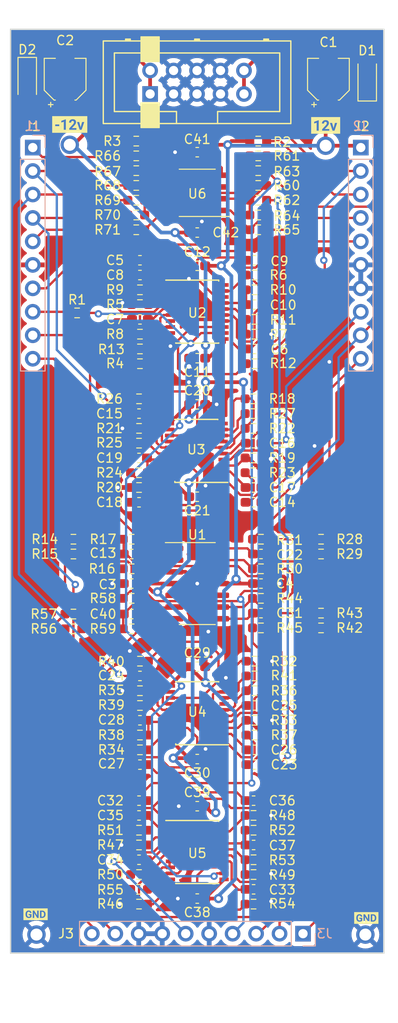
<source format=kicad_pcb>
(kicad_pcb (version 20221018) (generator pcbnew)
  (layers (0 "F.Cu" signal) (31 "B.Cu" signal) (34 "B.Paste" user) (35 "F.Paste" user) (36 "B.SilkS" user "B.Silkscreen") (37 "F.SilkS" user "F.Silkscreen") (38 "B.Mask" user) (39 "F.Mask" user) (44 "Edge.Cuts" user))
  (net 0 "")
  (net 1 "+12V")
  (net 2 "GND")
  (net 3 "-12V")
  (net 4 "Net-(U2-OUT1)")
  (net 5 "/1POLE_OUT1")
  (net 6 "/4POLE_OUT1")
  (net 7 "Net-(U2-OUT4)")
  (net 8 "Net-(U2-CAP1)")
  (net 9 "Net-(U2-CAP2)")
  (net 10 "Net-(U2-OUT2)")
  (net 11 "Net-(U2-CAP3)")
  (net 12 "Net-(U2-OUT3)")
  (net 13 "Net-(U2-CAP4)")
  (net 14 "Net-(U1A--)")
  (net 15 "/Filter_Voice1/FREQ_CONTROL")
  (net 16 "Net-(U3-OUT1)")
  (net 17 "/1POLE_OUT2")
  (net 18 "/4POLE_OUT2")
  (net 19 "Net-(U3-OUT4)")
  (net 20 "Net-(U3-CAP1)")
  (net 21 "Net-(U3-CAP2)")
  (net 22 "Net-(U3-OUT2)")
  (net 23 "Net-(U3-CAP3)")
  (net 24 "Net-(U3-OUT3)")
  (net 25 "Net-(U3-CAP4)")
  (net 26 "Net-(U1B--)")
  (net 27 "/Filter_Voice2/FREQ_CONTROL")
  (net 28 "Net-(U5-OUT1)")
  (net 29 "/1POLE_OUT3")
  (net 30 "/4POLE_OUT3")
  (net 31 "Net-(U5-OUT4)")
  (net 32 "Net-(U5-CAP1)")
  (net 33 "Net-(U5-CAP2)")
  (net 34 "Net-(U5-OUT2)")
  (net 35 "Net-(U5-CAP3)")
  (net 36 "Net-(U5-OUT3)")
  (net 37 "Net-(U5-CAP4)")
  (net 38 "Net-(U1C--)")
  (net 39 "/Filter_Voice3/FREQ_CONTROL")
  (net 40 "/1POLE_OUT4")
  (net 41 "/4POLE_OUT4")
  (net 42 "Net-(U1D--)")
  (net 43 "/Filter_Voice4/FREQ_CONTROL")
  (net 44 "/Q_CONTROL")
  (net 45 "/FREQ_POT_VH")
  (net 46 "/FREQ_POT_VL")
  (net 47 "/Filter_Voice1/Q_FEEDBACK")
  (net 48 "/AUDIO_IN1")
  (net 49 "/AUDIO_IN3")
  (net 50 "/AUDIO_IN2")
  (net 51 "/AUDIO_IN4")
  (net 52 "/FREQ_POT")
  (net 53 "/Q_POT")
  (net 54 "/AUDIO_MIX_4POLE")
  (net 55 "Net-(U2-IN2)")
  (net 56 "Net-(U2-IN3)")
  (net 57 "Net-(U2-IN4)")
  (net 58 "Net-(U2-Q_VCA_IN+)")
  (net 59 "Net-(U2-EXPO_CTRL)")
  (net 60 "/FREQ_JACK")
  (net 61 "/FREQ_CV1")
  (net 62 "/Filter_Voice2/Q_FEEDBACK")
  (net 63 "Net-(U3-IN2)")
  (net 64 "Net-(U3-IN3)")
  (net 65 "Net-(U3-IN4)")
  (net 66 "Net-(U3-Q_VCA_IN+)")
  (net 67 "Net-(U3-EXPO_CTRL)")
  (net 68 "/FREQ_CV2")
  (net 69 "/Filter_Voice3/Q_FEEDBACK")
  (net 70 "Net-(U5-IN2)")
  (net 71 "Net-(U5-IN3)")
  (net 72 "Net-(U5-IN4)")
  (net 73 "Net-(U5-Q_VCA_IN+)")
  (net 74 "Net-(U5-EXPO_CTRL)")
  (net 75 "/FREQ_CV3")
  (net 76 "/Filter_Voice4/Q_FEEDBACK")
  (net 77 "/+12V_IN")
  (net 78 "/-12V_IN")
  (net 79 "/FREQ_CV4")
  (net 80 "Net-(R64-Pad1)")
  (net 81 "Net-(R70-Pad1)")
  (net 82 "Net-(U4-OUT1)")
  (net 83 "Net-(U4-OUT4)")
  (net 84 "Net-(U4-CAP1)")
  (net 85 "Net-(U4-CAP2)")
  (net 86 "Net-(U4-OUT2)")
  (net 87 "Net-(U4-CAP3)")
  (net 88 "Net-(U4-OUT3)")
  (net 89 "Net-(U4-CAP4)")
  (net 90 "Net-(U4-IN2)")
  (net 91 "Net-(U4-IN3)")
  (net 92 "Net-(U4-IN4)")
  (net 93 "Net-(U4-Q_VCA_IN+)")
  (net 94 "Net-(U4-EXPO_CTRL)")
  (net 95 "Net-(U6A--)")
  (net 96 "Net-(U6B--)")
  (net 97 "/AUDIO_MIX_1POLE")
  (footprint "kibuzzard-64BBE4D7" (layer "F.Cu") (at 84.1 60.4)
    (fp_text reference "kibuzzard-64BBE4D7" hide)
    (fp_text value "G***" hide)
  )
  (footprint "Capacitor_SMD:C_0603_1608Metric_Pad1.08x0.95mm_HandSolder" (layer "F.Cu") (at 70.2 85.6 180)
    (fp_text reference "C11")
    (fp_text value "100nF")
  )
  (footprint "Resistor_SMD:R_0603_1608Metric_Pad0.98x0.95mm_HandSolder" (layer "F.Cu") (at 57.2 80.7)
    (fp_text reference "R1")
    (fp_text value "39k")
  )
  (footprint "Resistor_SMD:R_0603_1608Metric_Pad0.98x0.95mm_HandSolder" (layer "F.Cu") (at 63.9 136.7 180)
    (fp_text reference "R51")
    (fp_text value "10k")
  )
  (footprint "Package_SO:SSOP-20_4.4x6.5mm_P0.65mm" (layer "F.Cu") (at 70.2 80.6)
    (fp_text reference "U2")
    (fp_text value "SSI2140")
  )
  (footprint "Diode_SMD:D_SOD-123" (layer "F.Cu") (at 88.6 55.4 90)
    (fp_text reference "D1")
    (fp_text value "1N5819")
  )
  (footprint "Package_SO:SSOP-20_4.4x6.5mm_P0.65mm" (layer "F.Cu") (at 70.1 95.6 180)
    (fp_text reference "U3")
    (fp_text value "SSI2140")
  )
  (footprint "Resistor_SMD:R_0603_1608Metric_Pad0.98x0.95mm_HandSolder" (layer "F.Cu") (at 64 126.4 180)
    (fp_text reference "R38")
    (fp_text value "10k")
  )
  (footprint "Resistor_SMD:R_0603_1608Metric_Pad0.98x0.95mm_HandSolder" (layer "F.Cu") (at 63.6 65.3 180)
    (fp_text reference "R67")
    (fp_text value "10k")
  )
  (footprint "Capacitor_SMD:C_0603_1608Metric_Pad1.08x0.95mm_HandSolder" (layer "F.Cu") (at 64 81.4)
    (fp_text reference "C7")
    (fp_text value "1nF")
  )
  (footprint "Resistor_SMD:R_0603_1608Metric_Pad0.98x0.95mm_HandSolder" (layer "F.Cu") (at 76.8 70.1 180)
    (fp_text reference "R64")
    (fp_text value "4.7k")
  )
  (footprint "Resistor_SMD:R_0603_1608Metric_Pad0.98x0.95mm_HandSolder" (layer "F.Cu") (at 76.8 66.9 180)
    (fp_text reference "R60")
    (fp_text value "10k")
  )
  (footprint "Custom_Footprints:Eurorack_10_pin_header" (layer "F.Cu") (at 65.1 57)
    (fp_text reference "J4" hide)
    (fp_text value "Eurorack_10_pin_power")
  )
  (footprint "Capacitor_SMD:C_0603_1608Metric_Pad1.08x0.95mm_HandSolder" (layer "F.Cu") (at 76.4 84.6 180)
    (fp_text reference "C6")
    (fp_text value "2.2nF")
  )
  (footprint "Capacitor_SMD:C_0603_1608Metric_Pad1.08x0.95mm_HandSolder" (layer "F.Cu") (at 77.1 110)
    (fp_text reference "C4")
    (fp_text value "100nF")
  )
  (footprint "Capacitor_SMD:C_0603_1608Metric_Pad1.08x0.95mm_HandSolder" (layer "F.Cu") (at 76.4 123.2 180)
    (fp_text reference "C25")
    (fp_text value "1nF")
  )
  (footprint "Capacitor_SMD:C_0603_1608Metric_Pad1.08x0.95mm_HandSolder" (layer "F.Cu") (at 63.9 139.9)
    (fp_text reference "C34")
    (fp_text value "1nF")
  )
  (footprint "Resistor_SMD:R_0603_1608Metric_Pad0.98x0.95mm_HandSolder" (layer "F.Cu") (at 64 121.6 180)
    (fp_text reference "R35")
    (fp_text value "200")
  )
  (footprint "Resistor_SMD:R_0603_1608Metric_Pad0.98x0.95mm_HandSolder" (layer "F.Cu") (at 76.4 86.2)
    (fp_text reference "R12")
    (fp_text value "1k")
  )
  (footprint "Resistor_SMD:R_0603_1608Metric_Pad0.98x0.95mm_HandSolder" (layer "F.Cu") (at 56.8 113.3 180)
    (fp_text reference "R57")
    (fp_text value "100k")
  )
  (footprint "Resistor_SMD:R_0603_1608Metric_Pad0.98x0.95mm_HandSolder" (layer "F.Cu") (at 76.4 76.6)
    (fp_text reference "R6")
    (fp_text value "200")
  )
  (footprint "Capacitor_SMD:C_0603_1608Metric_Pad1.08x0.95mm_HandSolder" (layer "F.Cu") (at 76.3 99.6 180)
    (fp_text reference "C17")
    (fp_text value "1nF")
  )
  (footprint "Capacitor_SMD:C_0603_1608Metric_Pad1.08x0.95mm_HandSolder" (layer "F.Cu") (at 63.9 96.4 180)
    (fp_text reference "C19")
    (fp_text value "1nF")
  )
  (footprint "Capacitor_SMD:C_0603_1608Metric_Pad1.08x0.95mm_HandSolder" (layer "F.Cu") (at 64 76.6)
    (fp_text reference "C8")
    (fp_text value "1nF")
  )
  (footprint "Resistor_SMD:R_0603_1608Metric_Pad0.98x0.95mm_HandSolder" (layer "F.Cu") (at 76.8 62.1)
    (fp_text reference "R2")
    (fp_text value "8.2k")
  )
  (footprint "Resistor_SMD:R_0603_1608Metric_Pad0.98x0.95mm_HandSolder" (layer "F.Cu") (at 77.1 105.2)
    (fp_text reference "R31")
    (fp_text value "150k")
  )
  (footprint "Resistor_SMD:R_0603_1608Metric_Pad0.98x0.95mm_HandSolder" (layer "F.Cu") (at 76.8 63.7)
    (fp_text reference "R61")
    (fp_text value "10k")
  )
  (footprint "Resistor_SMD:R_0603_1608Metric_Pad0.98x0.95mm_HandSolder" (layer "F.Cu") (at 64 79.8 180)
    (fp_text reference "R5")
    (fp_text value "200")
  )
  (footprint "Resistor_SMD:R_0603_1608Metric_Pad0.98x0.95mm_HandSolder" (layer "F.Cu") (at 64 118.4 180)
    (fp_text reference "R40")
    (fp_text value "1k")
  )
  (footprint "Capacitor_SMD:C_0603_1608Metric_Pad1.08x0.95mm_HandSolder" (layer "F.Cu") (at 70.2 134.1 180)
    (fp_text reference "C39")
    (fp_text value "100nF")
  )
  (footprint "Capacitor_SMD:C_0603_1608Metric_Pad1.08x0.95mm_HandSolder" (layer "F.Cu") (at 70.2 119)
    (fp_text reference "C29")
    (fp_text value "100nF")
  )
  (footprint "Resistor_SMD:R_0603_1608Metric_Pad0.98x0.95mm_HandSolder" (layer "F.Cu") (at 63.9 138.3 180)
    (fp_text reference "R47")
    (fp_text value "200")
  )
  (footprint "Resistor_SMD:R_0603_1608Metric_Pad0.98x0.95mm_HandSolder" (layer "F.Cu") (at 83.6 114.8)
    (fp_text reference "R42")
    (fp_text value "100k")
  )
  (footprint "Capacitor_SMD:C_0603_1608Metric_Pad1.08x0.95mm_HandSolder" (layer "F.Cu") (at 64 120)
    (fp_text reference "C24")
    (fp_text value "2.2nF")
  )
  (footprint "Capacitor_SMD:C_0603_1608Metric_Pad1.08x0.95mm_HandSolder" (layer "F.Cu") (at 76.3 138.3)
    (fp_text reference "C37")
    (fp_text value "1nF")
  )
  (footprint "Capacitor_SMD:C_0603_1608Metric_Pad1.08x0.95mm_HandSolder" (layer "F.Cu") (at 64 129.6 180)
    (fp_text reference "C27")
    (fp_text value "1nF")
  )
  (footprint "Resistor_SMD:R_0603_1608Metric_Pad0.98x0.95mm_HandSolder" (layer "F.Cu") (at 83.6 105.2)
    (fp_text reference "R28")
    (fp_text value "100k")
  )
  (footprint "Capacitor_SMD:C_0603_1608Metric_Pad1.08x0.95mm_HandSolder" (layer "F.Cu") (at 63.9 91.6)
    (fp_text reference "C15")
    (fp_text value "2.2nF")
  )
  (footprint "Resistor_SMD:R_0603_1608Metric_Pad0.98x0.95mm_HandSolder" (layer "F.Cu") (at 77.1 111.6)
    (fp_text reference "R44")
    (fp_text value "50k")
  )
  (footprint "Resistor_SMD:R_0603_1608Metric_Pad0.98x0.95mm_HandSolder" (layer "F.Cu") (at 63.9 99.6 180)
    (fp_text reference "R20")
    (fp_text value "200")
  )
  (footprint "kibuzzard-640237DF" (layer "F.Cu") (at 52.7 145.8)
    (fp_text reference "kibuzzard-640237DF" hide)
    (fp_text value "G***" hide)
  )
  (footprint "Resistor_SMD:R_0603_1608Metric_Pad0.98x0.95mm_HandSolder" (layer "F.Cu") (at 63.9 94.8)
    (fp_text reference "R25")
    (fp_text value "10k")
  )
  (footprint "Capacitor_SMD:C_0603_1608Metric_Pad1.08x0.95mm_HandSolder" (layer "F.Cu") (at 77.1 113.2 180)
    (fp_text reference "C31")
    (fp_text value "10nF")
  )
  (footprint "Resistor_SMD:R_0603_1608Metric_Pad0.98x0.95mm_HandSolder" (layer "F.Cu") (at 64 78.2 180)
    (fp_text reference "R9")
    (fp_text value "10k")
  )
  (footprint "Capacitor_SMD:CP_Elec_4x5.8" (layer "F.Cu") (at 55.9 55.4 90)
    (fp_text reference "C2")
    (fp_text value "22uF")
  )
  (footprint "Capacitor_SMD:C_0603_1608Metric_Pad1.08x0.95mm_HandSolder" (layer "F.Cu") (at 76.3 94.8 180)
    (fp_text reference "C16")
    (fp_text value "1nF")
  )
  (footprint "Resistor_SMD:R_0603_1608Metric_Pad0.98x0.95mm_HandSolder" (layer "F.Cu") (at 64 84.6 180)
    (fp_text reference "R13")
    (fp_text value "56k")
  )
  (footprint "Resistor_SMD:R_0603_1608Metric_Pad0.98x0.95mm_HandSolder" (layer "F.Cu") (at 76.3 135.1)
    (fp_text reference "R48")
    (fp_text value "200")
  )
  (footprint "Resistor_SMD:R_0603_1608Metric_Pad0.98x0.95mm_HandSolder" (layer "F.Cu") (at 63.1 108.4 180)
    (fp_text reference "R16")
    (fp_text value "50k")
  )
  (footprint "Custom_Footprints:1.3mm_Test_Point" (layer "F.Cu") (at 56.4 62.5)
    (fp_text reference "TP2" hide)
    (fp_text value "TestPoint")
  )
  (footprint "Resistor_SMD:R_0603_1608Metric_Pad0.98x0.95mm_HandSolder" (layer "F.Cu") (at 76.3 136.7)
    (fp_text reference "R52")
    (fp_text value "10k")
  )
  (footprint "Resistor_SMD:R_0603_1608Metric_Pad0.98x0.95mm_HandSolder" (layer "F.Cu") (at 63.9 93.2 180)
    (fp_text reference "R21")
    (fp_text value "200")
  )
  (footprint "Package_SO:SOIC-14_3.9x8.7mm_P1.27mm" (layer "F.Cu") (at 70.2 110)
    (fp_text reference "U1")
    (fp_text value "TL074")
  )
  (footprint "Resistor_SMD:R_0603_1608Metric_Pad0.98x0.95mm_HandSolder" (layer "F.Cu") (at 64 128 180)
    (fp_text reference "R34")
    (fp_text value "200")
  )
  (footprint "Diode_SMD:D_SOD-123" (layer "F.Cu") (at 51.8 55.4 -90)
    (fp_text reference "D2")
    (fp_text value "1N5819")
  )
  (footprint "Resistor_SMD:R_0603_1608Metric_Pad0.98x0.95mm_HandSolder" (layer "F.Cu") (at 76.4 81.4 180)
    (fp_text reference "R11")
    (fp_text value "10k")
  )
  (footprint "Resistor_SMD:R_0603_1608Metric_Pad0.98x0.95mm_HandSolder" (layer "F.Cu") (at 56.8 106.8 180)
    (fp_text reference "R15")
    (fp_text value "100k")
  )
  (footprint "Resistor_SMD:R_0603_1608Metric_Pad0.98x0.95mm_HandSolder" (layer "F.Cu") (at 63.9 98 180)
    (fp_text reference "R24")
    (fp_text value "10k")
  )
  (footprint "Resistor_SMD:R_0603_1608Metric_Pad0.98x0.95mm_HandSolder" (layer "F.Cu") (at 76.3 139.9 180)
    (fp_text reference "R53")
    (fp_text value "10k")
  )
  (footprint "Capacitor_SMD:C_0603_1608Metric_Pad1.08x0.95mm_HandSolder" (layer "F.Cu") (at 76.3 101.2)
    (fp_text reference "C14")
    (fp_text value "2.2nF")
  )
  (footprint "Capacitor_SMD:C_0603_1608Metric_Pad1.08x0.95mm_HandSolder" (layer "F.Cu") (at 70.2 90.6)
    (fp_text reference "C20")
    (fp_text value "100nF")
  )
  (footprint "Capacitor_SMD:C_0603_1608Metric_Pad1.08x0.95mm_HandSolder" (layer "F.Cu") (at 70.2 72)
    (fp_text reference "C42")
    (fp_text value "100nF")
  )
  (footprint "Resistor_SMD:R_0603_1608Metric_Pad0.98x0.95mm_HandSolder" (layer "F.Cu") (at 63.1 114.9 180)
    (fp_text reference "R59")
    (fp_text value "150k")
  )
  (footprint "Resistor_SMD:R_0603_1608Metric_Pad0.98x0.95mm_HandSolder" (layer "F.Cu") (at 76.4 121.6 180)
    (fp_text reference "R36")
    (fp_text value "10k")
  )
  (footprint "Capacitor_SMD:C_0603_1608Metric_Pad1.08x0.95mm_HandSolder" (layer "F.Cu") (at 63.9 133.5 180)
    (fp_text reference "C32")
    (fp_text value "2.2nF")
  )
  (footprint "Resistor_SMD:R_0603_1608Metric_Pad0.98x0.95mm_HandSolder" (layer "F.Cu") (at 63.9 144.7 180)
    (fp_text reference "R46")
    (fp_text value "200")
  )
  (footprint "Capacitor_SMD:C_0603_1608Metric_Pad1.08x0.95mm_HandSolder" (layer "F.Cu") (at 70.2 129)
    (fp_text reference "C30")
    (fp_text value "100nF")
  )
  (footprint "Resistor_SMD:R_0603_1608Metric_Pad0.98x0.95mm_HandSolder" (layer "F.Cu") (at 63.9 141.5)
    (fp_text reference "R50")
    (fp_text value "10k")
  )
  (footprint "Capacitor_SMD:C_0603_1608Metric_Pad1.08x0.95mm_HandSolder" (layer "F.Cu") (at 70.2 144.1 180)
    (fp_text reference "C38")
    (fp_text value "100nF")
  )
  (footprint "Capacitor_SMD:C_0603_1608Metric_Pad1.08x0.95mm_HandSolder" (layer "F.Cu") (at 76.3 133.5)
    (fp_text reference "C36")
    (fp_text value "1nF")
  )
  (footprint "Resistor_SMD:R_0603_1608Metric_Pad0.98x0.95mm_HandSolder" (layer "F.Cu") (at 63.6 66.9 180)
    (fp_text reference "R68")
    (fp_text value "10k")
  )
  (footprint "Resistor_SMD:R_0603_1608Metric_Pad0.98x0.95mm_HandSolder" (layer "F.Cu") (at 76.4 78.2)
    (fp_text reference "R10")
    (fp_text value "10k")
  )
  (footprint "Resistor_SMD:R_0603_1608Metric_Pad0.98x0.95mm_HandSolder" (layer "F.Cu") (at 63.6 63.7 180)
    (fp_text reference "R66")
    (fp_text value "10k")
  )
  (footprint "Resistor_SMD:R_0603_1608Metric_Pad0.98x0.95mm_HandSolder" (layer "F.Cu") (at 76.3 144.7)
    (fp_text reference "R54")
    (fp_text value "1k")
  )
  (footprint "Capacitor_SMD:C_0603_1608Metric_Pad1.08x0.95mm_HandSolder" (layer "F.Cu") (at 63.1 110 180)
    (fp_text reference "C3")
    (fp_text value "100nF")
  )
  (footprint "Resistor_SMD:R_0603_1608Metric_Pad0.98x0.95mm_HandSolder" (layer "F.Cu") (at 76.4 118.4)
    (fp_text reference "R32")
    (fp_text value "200")
  )
  (footprint "Capacitor_SMD:C_0603_1608Metric_Pad1.08x0.95mm_HandSolder" (layer "F.Cu") (at 76.4 129.6)
    (fp_text reference "C23")
    (fp_text value "2.2nF")
  )
  (footprint "Resistor_SMD:R_0603_1608Metric_Pad0.98x0.95mm_HandSolder" (layer "F.Cu") (at 76.3 93.2 180)
    (fp_text reference "R22")
    (fp_text value "10k")
  )
  (footprint "Resistor_SMD:R_0603_1608Metric_Pad0.98x0.95mm_HandSolder" (layer "F.Cu") (at 76.3 98)
    (fp_text reference "R23")
    (fp_text value "10k")
  )
  (footprint "Resistor_SMD:R_0603_1608Metric_Pad0.98x0.95mm_HandSolder" (layer "F.Cu") (at 76.4 120)
    (fp_text reference "R41")
    (fp_text value "56k")
  )
  (footprint "Custom_Footprints:1.3mm_Test_Point" (layer "F.Cu") (at 52.8 148)
    (fp_text reference "TP4" hide)
    (fp_text value "TestPoint")
  )
  (footprint "Resistor_SMD:R_0603_1608Metric_Pad0.98x0.95mm_HandSolder" (layer "F.Cu") (at 63.1 111.6 180)
    (fp_text reference "R58")
    (fp_text value "50k")
  )
  (footprint "Resistor_SMD:R_0603_1608Metric_Pad0.98x0.95mm_HandSolder" (layer "F.Cu") (at 63.6 62.1)
    (fp_text reference "R3")
    (fp_text value "3.9k")
  )
  (footprint "Resistor_SMD:R_0603_1608Metric_Pad0.98x0.95mm_HandSolder" (layer "F.Cu") (at 76.4 126.4)
    (fp_text reference "R37")
    (fp_text value "10k")
  )
  (footprint "Capacitor_SMD:C_0603_1608Metric_Pad1.08x0.95mm_HandSolder" (layer "F.Cu") (at 64 124.8 180)
    (fp_text reference "C28")
    (fp_text value "1nF")
  )
  (footprint "Resistor_SMD:R_0603_1608Metric_Pad0.98x0.95mm_HandSolder" (layer "F.Cu") (at 63.1 105.2 180)
    (fp_text reference "R17")
    (fp_text value "150k")
  )
  (footprint "Resistor_SMD:R_0603_1608Metric_Pad0.98x0.95mm_HandSolder" (layer "F.Cu") (at 76.3 91.6)
    (fp_text reference "R27")
    (fp_text value "56k")
  )
  (footprint "Capacitor_SMD:C_0603_1608Metric_Pad1.08x0.95mm_HandSolder" (layer "F.Cu") (at 63.9 101.2 180)
    (fp_text reference "C18")
    (fp_text value "1nF")
  )
  (footprint "Resistor_SMD:R_0603_1608Metric_Pad0.98x0.95mm_HandSolder" (layer "F.Cu") (at 64 123.2)
    (fp_text reference "R39")
    (fp_text value "10k")
  )
  (footprint "Capacitor_SMD:C_0603_1608Metric_Pad1.08x0.95mm_HandSolder" (layer "F.Cu") (at 70.2 100.6)
    (fp_text reference "C21")
    (fp_text value "100nF")
  )
  (footprint "Resistor_SMD:R_0603_1608Metric_Pad0.98x0.95mm_HandSolder" (layer "F.Cu") (at 83.6 106.8)
    (fp_text reference "R29")
    (fp_text value "100k")
  )
  (footprint "Capacitor_SMD:C_0603_1608Metric_Pad1.08x0.95mm_HandSolder" (layer "F.Cu") (at 76.4 75)
    (fp_text reference "C9")
    (fp_text value "1nF")
  )
  (footprint "Resistor_SMD:R_0603_1608Metric_Pad0.98x0.95mm_HandSolder" (layer "F.Cu") (at 64 86.2 180)
    (fp_text reference "R4")
    (fp_text value "200")
  )
  (footprint "Resistor_SMD:R_0603_1608Metric_Pad0.98x0.95mm_HandSolder" (layer "F.Cu") (at 63.9 143.1 180)
    (fp_text reference "R55")
    (fp_text value "56k")
  )
  (footprint "Capacitor_SMD:C_0603_1608Metric_Pad1.08x0.95mm_HandSolder" (layer "F.Cu") (at 70.2 75.6 180)
    (fp_text reference "C12")
    (fp_text value "100nF")
  )
  (footprint "Resistor_SMD:R_0603_1608Metric_Pad0.98x0.95mm_HandSolder" (layer "F.Cu") (at 56.8 114.9 180)
    (fp_text reference "R56")
    (fp_text value "100k")
  )
  (footprint "Resistor_SMD:R_0603_1608Metric_Pad0.98x0.95mm_HandSolder" (layer "F.Cu") (at 63.6 71.7 180)
    (fp_text reference "R71")
    (fp_text value "1k")
  )
  (footprint "Capacitor_SMD:C_0603_1608Metric_Pad1.08x0.95mm_HandSolder" (layer "F.Cu") (at 64 75 180)
    (fp_text reference "C5")
    (fp_text value "2.2nF")
  )
  (footprint "Resistor_SMD:R_0603_1608Metric_Pad0.98x0.95mm_HandSolder" (layer "F.Cu") (at 63.6 68.5 180)
    (fp_text reference "R69")
    (fp_text value "10k")
  )
  (footprint "Resistor_SMD:R_0603_1608Metric_Pad0.98x0.95mm_HandSolder" (layer "F.Cu") (at 56.8 105.2 180)
    (fp_text reference "R14")
    (fp_text value "100k")
  )
  (footprint "Resistor_SMD:R_0603_1608Metric_Pad0.98x0.95mm_HandSolder" (layer "F.Cu") (at 76.3 96.4)
    (fp_text reference "R19")
    (fp_text value "200")
  )
  (footprint "Capacitor_SMD:C_0603_1608Metric_Pad1.08x0.95mm_HandSolder" (layer "F.Cu") (at 70.2 63.3 180)
    (fp_text reference "C41")
    (fp_text value "100nF")
  )
  (footprint "Resistor_SMD:R_0603_1608Metric_Pad0.98x0.95mm_HandSolder" (layer "F.Cu") (at 63.9 90 180)
    (fp_text reference "R26")
    (fp_text value "1k")
  )
  (footprint "Resistor_SMD:R_0603_1608Metric_Pad0.98x0.95mm_HandSolder" (layer "F.Cu") (at 76.4 124.8)
    (fp_text reference "R33")
    (fp_text value "200")
  )
  (footprint "Resistor_SMD:R_0603_1608Metric_Pad0.98x0.95mm_HandSolder" (layer "F.Cu") (at 77.1 108.4)
    (fp_text reference "R30")
    (fp_text value "50k")
  )
  (footprint "Resistor_SMD:R_0603_1608Metric_Pad0.98x0.95mm_HandSolder" (layer "F.Cu") (at 63.6 70.1)
    (fp_text reference "R70")
    (fp_text value "4.7k")
  )
  (footprint "Capacitor_SMD:C_0603_1608Metric_Pad1.08x0.95mm_HandSolder" (layer "F.Cu") (at 63.1 113.3)
    (fp_text reference "C40")
    (fp_text value "10nF")
  )
  (footprint "Resistor_SMD:R_0603_1608Metric_Pad0.98x0.95mm_HandSolder" (layer "F.Cu") (at 76.4 83)
    (fp_text reference "R7")
    (fp_text value "200")
  )
  (footprint "Custom_Footprints:1.3mm_Test_Point" (layer "F.Cu") (at 84.1 62.6)
    (fp_text reference "TP1" hide)
    (fp_text value "TestPoint")
  )
  (footprint "Package_SO:SO-8_3.9x4.9mm_P1.27mm" (layer "F.Cu") (at 70.2 67.7 180)
    (fp_text reference "U6")
    (fp_text value "TL072")
  )
  (footprint "Resistor_SMD:R_0603_1608Metric_Pad0.98x0.95mm_HandSolder" (layer "F.Cu") (at 77.1 114.8)
    (fp_text reference "R45")
    (fp_text value "150k")
  )
  (footprint "Capacitor_SMD:C_0603_1608Metric_Pad1.08x0.95mm_HandSolder" (layer "F.Cu") (at 77.1 106.8 180)
    (fp_text reference "C22")
    (fp_text value "10nF")
  )
  (footprint "Resistor_SMD:R_0603_1608Metric_Pad0.98x0.95mm_HandSolder" (layer "F.Cu") (at 76.8 68.5)
    (fp_text reference "R62")
    (fp_text value "10k")
  )
  (footprint "Capacitor_SMD:C_0603_1608Metric_Pad1.08x0.95mm_HandSolder" (layer "F.Cu") (at 63.9 135.1)
    (fp_text reference "C35")
    (fp_text value "1nF")
  )
  (footprint "Capacitor_SMD:C_0603_1608Metric_Pad1.08x0.95mm_HandSolder" (layer "F.Cu") (at 76.4 128 180)
    (fp_text reference "C26")
    (fp_text value "1nF")
  )
  (footprint "Resistor_SMD:R_0603_1608Metric_Pad0.98x0.95mm_HandSolder" (layer "F.Cu") (at 76.8 65.3)
    (fp_text reference "R63")
    (fp_text value "10k")
  )
  (footprint "Resistor_SMD:R_0603_1608Metric_Pad0.98x0.95mm_HandSolder" (layer "F.Cu") (at 76.3 141.5)
    (fp_text reference "R49")
    (fp_text value "200")
  )
  (footprint "Resistor_SMD:R_0603_1608Metric_Pad0.98x0.95mm_HandSolder" (layer "F.Cu") (at 64 83)
    (fp_text reference "R8")
    (fp_text value "10k")
  )
  (footprint "Capacitor_SMD:C_0603_1608Metric_Pad1.08x0.95mm_HandSolder" (layer "F.Cu") (at 76.4 79.8)
    (fp_text reference "C10")
    (fp_text value "1nF")
  )
  (footprint "Capacitor_SMD:CP_Elec_4x5.8" (layer "F.Cu") (at 84.4 55.4 90)
    (fp_text reference "C1")
    (fp_text value "22uF")
  )
  (footprint "Package_SO:SSOP-20_4.4x6.5mm_P0.65mm" (layer "F.Cu") (at 70.2 124 180)
    (fp_text reference "U4")
    (fp_text value "SSI2140")
  )
  (footprint "kibuzzard-640237DF" (layer "F.Cu") (at 88.5 146.2)
    (fp_text reference "kibuzzard-640237DF" hide)
    (fp_text value "G***" hide)
  )
  (footprint "Capacitor_SMD:C_0603_1608Metric_Pad1.08x0.95mm_HandSolder" (layer "F.Cu") (at 76.3 143.1 180)
    (fp_text reference "C33")
    (fp_text value "2.2nF")
  )
  (footprint "Capacitor_SMD:C_0603_1608Metric_Pad1.08x0.95mm_HandSolder" (layer "F.Cu") (at 63.1 106.8)
    (fp_text reference "C13")
    (fp_text value "10nF")
  )
  (footprint "kibuzzard-64BBE4CA" (layer "F.Cu") (at 56.4 60.3)
    (fp_text reference "kibuzzard-64BBE4CA" hide)
    (fp_text value "G***" hide)
  )
  (footprint "Resistor_SMD:R_0603_1608Metric_Pad0.98x0.95mm_HandSolder" (layer "F.Cu") (at 76.8 71.7)
    (fp_text reference "R65")
    (fp_text value "1k")
  )
  (footprint "Resistor_SMD:R_0603_1608Metric_Pad0.98x0.95mm_HandSolder" (layer "F.Cu") (at 83.6 113.2)
    (fp_text reference "R43")
    (fp_text value "100k")
  )
  (footprint "Resistor_SMD:R_0603_1608Metric_Pad0.98x0.95mm_HandSolder" (layer "F.Cu") (at 76.3 90)
    (fp_text reference "R18")
    (fp_text value "200")
  )
  (footprint "Package_SO:SSOP-20_4.4x6.5mm_P0.65mm" (layer "F.Cu") (at 70.2 139.1)
    (fp_text reference "U5")
    (fp_text value "SSI2140")
  )
  (footprint "Custom_Footprints:1.3mm_Test_Point" (layer "F.Cu") (at 88.4 148)
    (fp_text reference "TP3" hide)
    (fp_text value "TestPoint")
  )
  (footprint "Connector_PinHeader_2.54mm:PinHeader_1x10_P2.54mm_Vertical" (layer "B.Cu") (at 81.65 147.9 90)
    (fp_text reference "J3")
    (fp_text value "Conn_01x10_Pin" hide)
  )
  (footprint "Connector_PinHeader_2.54mm:PinHeader_1x10_P2.54mm_Vertical" (layer "B.Cu") (at 52.4 62.8 180)
    (fp_text reference "J1")
    (fp_text value "Conn_01x10_Pin" hide)
  )
  (footprint "Connector_PinHeader_2.54mm:PinHeader_1x10_P2.54mm_Vertical" (layer "B.Cu") (at 87.9 62.8 180)
    (fp_text reference "J2")
    (fp_text value "Conn_01x10_Pin" hide)
  )
  (gr_line locked (start 90.4 50) (end 90.4 150) (stroke (width 0.15)) (layer "Edge.Cuts"))
  (gr_line locked (start 50 50) (end 90.4 50) (stroke (width 0.15)) (layer "Edge.Cuts"))
  (gr_line locked (start 50 50) (end 50 150) (stroke (width 0.15)) (layer "Edge.Cuts"))
  (gr_line locked (start 50 150) (end 90.4 150) (stroke (width 0.15)) (layer "Edge.Cuts"))
  (gr_text "J3" (at 56 147.9) (layer "F.SilkS") (effects (font (size 1 1))))
  (gr_text "J1" (at 52.4 60.5) (layer "F.SilkS") (effects (font (size 1 1))))
  (gr_text "J2" (at 88 60.5) (layer "F.SilkS") (effects (font (size 1 1))))
  (segment (start 73.1 136.175) (end 71.375 136.175) (width 0.4) (layer "F.Cu") (net 1))
  (segment (start 71.375 136.175) (end 71 135.8) (width 0.4) (layer "F.Cu") (net 1))
  (segment (start 69.3 100.5625) (end 69.3375 100.6) (width 0.4) (layer "F.Cu") (net 1))
  (segment (start 70.975 75.55) (end 73.1 77.675) (width 0.4) (layer "F.Cu") (net 1))
  (segment (start 73.9 62.1) (end 73.5 62.5) (width 0.4) (layer "F.Cu") (net 1))
  (segment (start 69.425 129.05) (end 67.3 126.925) (width 0.4) (layer "F.Cu") (net 1))
  (segment (start 65.9 110.9) (end 65.4 110.9) (width 0.4) (layer "F.Cu") (net 1))
  (segment (start 69.3375 128.9) (end 69.4375 129) (width 0.4) (layer "F.Cu") (net 1))
  (segment (start 65.4 110.9) (end 64.5 110) (width 0.4) (layer "F.Cu") (net 1))
  (segment (start 64.5 110) (end 63.9625 110) (width 0.4) (layer "F.Cu") (net 1))
  (segment (start 71 134.175) (end 71 135.8) (width 0.4) (layer "F.Cu") (net 1))
  (segment (start 71.8625 62.5) (end 71.0625 63.3) (width 0.4) (layer "F.Cu") (net 1))
  (segment (start 72.775 65.0125) (end 71.0625 63.3) (width 0.4) (layer "F.Cu") (net 1))
  (segment (start 84.1 62.6) (end 87.7 62.6) (width 0.4) (layer "F.Cu") (net 1))
  (segment (start 75.8875 62.1) (end 73.9 62.1) (width 0.4) (layer "F.Cu") (net 1))
  (segment (start 72.8 75.6) (end 70.9625 75.6) (width 0.4) (layer "F.Cu") (net 1))
  (segment (start 67.6 128.9) (end 69.3375 128.9) (width 0.4) (layer "F.Cu") (net 1))
  (segment (start 84.4 57.2) (end 84.1 57.5) (width 0.4) (layer "F.Cu") (net 1))
  (segment (start 71.0625 134.1) (end 71.7625 134.8) (width 0.4) (layer "F.Cu") (net 1))
  (segment (start 63.9625 110) (end 67.725 110) (width 0.4) (layer "F.Cu") (net 1))
  (segment (start 69.325 100.65) (end 67.2 98.525) (width 0.4) (layer "F.Cu") (net 1))
  (segment (start 69.4375 129.05) (end 69.425 129.05) (width 0.4) (layer "F.Cu") (net 1))
  (segment (start 69.3375 100.65) (end 69.325 100.65) (width 0.4) (layer "F.Cu") (net 1))
  (segment (start 87.7 62.6) (end 87.9 62.8) (width 0.4) (layer "F.Cu") (net 1))
  (segment (start 71.7625 134.8) (end 72.2 134.8) (width 0.4) (layer "F.Cu") (net 1))
  (segment (start 73.5 62.5) (end 71.8625 62.5) (width 0.4) (layer "F.Cu") (net 1))
  (segment (start 84.1 57.5) (end 84.1 62.6) (width 0.4) (layer "F.Cu") (net 1))
  (segment (start 88.6 57.05) (end 84.55 57.05) (width 0.4) (layer "F.Cu") (net 1))
  (segment (start 70.9625 75.55) (end 70.975 75.55) (width 0.4) (layer "F.Cu") (net 1))
  (segment (start 84.55 57.05) (end 84.4 57.2) (width 0.4) (layer "F.Cu") (net 1))
  (segment (start 72.775 65.795) (end 72.775 65.0125) (width 0.4) (layer "F.Cu") (net 1))
  (segment (start 69.3 99.1) (end 69.3 100.5625) (width 0.4) (layer "F.Cu") (net 1))
  (via (at 67.6 128.9) (size 1) (drill 0.5) (layers "F.Cu" "B.Cu") (net 1))
  (via (at 72.2 134.8) (size 1) (drill 0.5) (layers "F.Cu" "B.Cu") (net 1))
  (via (at 72.8 75.6) (size 1) (drill 0.5) (layers "F.Cu" "B.Cu") (net 1))
  (via (at 73.5 62.5) (size 1) (drill 0.5) (layers "F.Cu" "B.Cu") (net 1))
  (via (at 69.3 99.1) (size 1) (drill 0.5) (layers "F.Cu" "B.Cu") (net 1))
  (via (at 65.9 110.9) (size 1) (drill 0.5) (layers "F.Cu" "B.Cu") (net 1))
  (segment (start 72.8 75.6) (end 73.9 76.7) (width 0.4) (layer "B.Cu") (net 1))
  (segment (start 73.5 74.9) (end 72.8 75.6) (width 0.4) (layer "B.Cu") (net 1))
  (segment (start 67.6 128.9) (end 72.2 133.5) (width 0.4) (layer "B.Cu") (net 1))
  (segment (start 65.9 110.9) (end 69.7 114.7) (width 0.4) (layer "B.Cu") (net 1))
  (segment (start 73.5 62.5) (end 73.5 74.9) (width 0.4) (layer "B.Cu") (net 1))
  (segment (start 69.7 126.8) (end 67.6 128.9) (width 0.4) (layer "B.Cu") (net 1))
  (segment (start 69.3 99.1) (end 69.3 107.5) (width 0.4) (layer "B.Cu") (net 1))
  (segment (start 69.7 114.7) (end 69.7 126.8) (width 0.4) (layer "B.Cu") (net 1))
  (segment (start 73.9 76.7) (end 73.9 94.5) (width 0.4) (layer "B.Cu") (net 1))
  (segment (start 69.3 107.5) (end 65.9 110.9) (width 0.4) (layer "B.Cu") (net 1))
  (segment (start 73.6 62.6) (end 73.5 62.5) (width 0.4) (layer "B.Cu") (net 1))
  (segment (start 72.2 133.5) (end 72.2 134.8) (width 0.4) (layer "B.Cu") (net 1))
  (segment (start 73.9 94.5) (end 69.3 99.1) (width 0.4) (layer "B.Cu") (net 1))
  (segment (start 84.1 62.6) (end 73.6 62.6) (width 0.4) (layer "B.Cu") (net 1))
  (segment (start 73.3 120.875) (end 73.3 120.2) (width 0.4) (layer "F.Cu") (net 2))
  (segment (start 67.725 111.27) (end 68.93 111.27) (width 0.4) (layer "F.Cu") (net 2))
  (segment (start 77.3125 83) (end 78.2 83) (width 0.4) (layer "F.Cu") (net 2))
  (segment (start 62.3 79.8) (end 62.1 79.6) (width 0.4) (layer "F.Cu") (net 2))
  (segment (start 71.0625 119) (end 71.0625 117.7375) (width 0.4) (layer "F.Cu") (net 2))
  (segment (start 73.1 121.075) (end 73.3 120.875) (width 0.4) (layer "F.Cu") (net 2))
  (segment (start 71.47 111.27) (end 70.2 110) (width 0.4) (layer "F.Cu") (net 2))
  (segment (start 78.1 96.4) (end 78.2 96.5) (width 0.4) (layer "F.Cu") (net 2))
  (segment (start 78.1 141.5) (end 78.2 141.4) (width 0.4) (layer "F.Cu") (net 2))
  (segment (start 77.2125 141.5) (end 78.1 141.5) (width 0.4) (layer "F.Cu") (net 2))
  (segment (start 77.2125 96.4) (end 78.1 96.4) (width 0.4) (layer "F.Cu") (net 2))
  (segment (start 77.9 144.7) (end 78.2 144.4) (width 0.4) (layer "F.Cu") (net 2))
  (segment (start 71.0625 117.7375) (end 71.2 117.6) (width 0.4) (layer "F.Cu") (net 2))
  (segment (start 67.725 108.73) (end 68.93 108.73) (width 0.4) (layer "F.Cu") (net 2))
  (segment (start 68.93 111.27) (end 70.2 110) (width 0.4) (layer "F.Cu") (net 2))
  (segment (start 72.675 108.73) (end 71.47 108.73) (width 0.4) (layer "F.Cu") (net 2))
  (segment (start 72.675 111.27) (end 71.47 111.27) (width 0.4) (layer "F.Cu") (net 2))
  (segment (start 77.2125 144.7) (end 77.9 144.7) (width 0.4) (layer "F.Cu") (net 2))
  (segment (start 63.0875 79.8) (end 62.3 79.8) (width 0.4) (layer "F.Cu") (net 2))
  (segment (start 68.93 108.73) (end 70.2 110) (width 0.4) (layer "F.Cu") (net 2))
  (segment (start 62.1 93.2) (end 62.9875 93.2) (width 0.4) (layer "F.Cu") (net 2))
  (segment (start 69.3375 85.6) (end 69.3375 86.4625) (width 0.4) (layer "F.Cu") (net 2))
  (segment (start 69.3375 86.4625) (end 69.3 86.5) (width 0.4) (layer "F.Cu") (net 2))
  (segment (start 71.47 108.73) (end 70.2 110) (width 0.4) (layer "F.Cu") (net 2))
  (via (at 78.2 141.4) (size 0.8) (drill 0.4) (layers "F.Cu" "B.Cu") (net 2))
  (via (at 84.5 86) (size 0.8) (drill 0.4) (layers "F.Cu" "B.Cu") (net 2))
  (via (at 61.8 144.7) (size 0.8) (drill 0.4) (layers "F.Cu" "B.Cu") (net 2))
  (via (at 72.3 90.6) (size 0.8) (drill 0.4) (layers "F.Cu" "B.Cu") (net 2))
  (via (at 62.9 117.3) (size 0.8) (drill 0.4) (layers "F.Cu" "B.Cu") (net 2))
  (via (at 78.2 96.5) (size 1) (drill 0.5) (layers "F.Cu" "B.Cu") (net 2))
  (via (at 79.1 110) (size 0.8) (drill 0.4) (layers "F.Cu" "B.Cu") (net 2))
  (via (at 78.3 124.8) (size 0.8) (drill 0.4) (layers "F.Cu" "B.Cu") (net 2))
  (via (at 61.6 99.6) (size 0.8) (drill 0.4) (layers "F.Cu" "B.Cu") (net 2))
  (via (at 69.3 88.2) (size 0.8) (drill 0.4) (layers "F.Cu" "B.Cu") (net 2))
  (via (at 70.7 70.8) (size 0.8) (drill 0.4) (layers "F.Cu" "B.Cu") (net 2))
  (via (at 73.3 120.2) (size 0.8) (drill 0.4) (layers "F.Cu" "B.Cu") (net 2))
  (via (at 62.1 93.2) (size 0.8) (drill 0.4) (layers "F.Cu" "B.Cu") (net 2))
  (via (at 69.3 77) (size 0.8) (drill 0.4) (layers "F.Cu" "B.Cu") (net 2))
  (via (at 78.3 118.4) (size 0.8) (drill 0.4) (layers "F.Cu" "B.Cu") (net 2))
  (via (at 71.1 99.4) (size 0.8) (drill 0.4) (layers "F.Cu" "B.Cu") (net 2))
  (via (at 68.1 144.1) (size 0.8) (drill 0.4) (layers "F.Cu" "B.Cu") (net 2))
  (via (at 78.2 135.1) (size 0.8) (drill 0.4) (layers "F.Cu" "B.Cu") (net 2))
  (via (at 62.1 121.6) (size 0.8) (drill 0.4) (layers "F.Cu" "B.Cu") (net 2))
  (via (at 71.4 115.2) (size 0.8) (drill 0.4) (layers "F.Cu" "B.Cu") (net 2))
  (via (at 67.8 63.3) (size 0.8) (drill 0.4) (layers "F.Cu" "B.Cu") (net 2))
  (via (at 71.1 127.9) (size 0.8) (drill 0.4) (layers "F.Cu" "B.Cu") (net 2))
  (via (at 62.1 79.6) (size 0.8) (drill 0.4) (layers "F.Cu" "B.Cu") (net 2))
  (via (at 82.9 95.1) (size 0.8) (drill 0.4) (layers "F.Cu" "B.Cu") (net 2))
  (via (at 69.3 86.5) (size 1) (drill 0.5) (layers "F.Cu" "B.Cu") (net 2))
  (via (at 70.2 110) (size 0.8) (drill 0.4) (layers "F.Cu" "B.Cu") (net 2))
  (via (at 61 110) (size 0.8) (drill 0.4) (layers "F.Cu" "B.Cu") (net 2))
  (via (at 78.2 83) (size 0.8) (drill 0.4) (layers "F.Cu" "B.Cu") (net 2))
  (via (at 67.3 84.3) (size 0.8) (drill 0.4) (layers "F.Cu" "B.Cu") (net 2))
  (via (at 71.2 117.6) (size 1) (drill 0.5) (layers "F.Cu" "B.Cu") (net 2))
  (via (at 68.2 134.1) (size 0.8) (drill 0.4) (layers "F.Cu" "B.Cu") (net 2))
  (via (at 78.2 144.4) (size 0.8) (drill 0.4) (layers "F.Cu" "B.Cu") (net 2))
  (via (at 62 138.3) (size 0.8) (drill 0.4) (layers "F.Cu" "B.Cu") (net 2))
  (segment (start 51.8 57.05) (end 52.45 57.05) (width 0.4) (layer "F.Cu") (net 3))
  (segment (start 74.4 109.5) (end 74.9 110) (width 0.4) (layer "F.Cu") (net 3))
  (segment (start 73.1 83.525) (end 73.1 83.9) (width 0.4) (layer "F.Cu") (net 3))
  (segment (start 71.055899 120.718399) (end 71.09877 120.718399) (width 0.4) (layer "F.Cu") (net 3))
  (segment (start 71.1 84.2) (end 71.1 85.5625) (width 0.4) (layer "F.Cu") (net 3))
  (segment (start 55.9 53.6) (end 56.8 53.6) (width 0.4) (layer "F.Cu") (net 3))
  (segment (start 73 142.025) (end 73 142.1125) (width 0.4) (layer "F.Cu") (net 3))
  (segment (start 67.2 92.675) (end 69.275 90.6) (width 0.4) (layer "F.Cu") (net 3))
  (segment (start 69.275 90.6) (end 69.3375 90.6) (width 0.4) (layer "F.Cu") (net 3))
  (segment (start 73.1 83.9) (end 71.35 85.65) (width 0.4) (layer "F.Cu") (net 3))
  (segment (start 67.625 70.225) (end 67.625 69.605) (width 0.4) (layer "F.Cu") (net 3))
  (segment (start 69.3375 90.6) (end 69.3375 92.1625) (width 0.4) (layer "F.Cu") (net 3))
  (segment (start 52.45 57.05) (end 55.9 53.6) (width 0.4) (layer "F.Cu") (net 3))
  (segment (start 64.5125 61.7125) (end 63.2 60.4) (width 0.4) (layer "F.Cu") (net 3))
  (segment (start 63.2 60.4) (end 58.9 60.4) (width 0.4) (layer "F.Cu") (net 3))
  (segment (start 58.9 55.7) (end 58.9 60.4) (width 0.4) (layer "F.Cu") (net 3))
  (segment (start 71.0625 144.1) (end 72.5 144.1) (width 0.4) (layer "F.Cu") (net 3))
  (segment (start 67.8 72) (end 69.3375 72) (width 0.4) (layer "F.Cu") (net 3))
  (segment (start 56.8 53.6) (end 58.9 55.7) (width 0.4) (layer "F.Cu") (net 3))
  (segment (start 69.3375 92.1625) (end 69.3 92.2) (width 0.4) (layer "F.Cu") (net 3))
  (segment (start 67.3 120.9875) (end 69.3375 118.95) (width 0.4) (layer "F.Cu") (net 3))
  (segment (start 72.675 110) (end 76.2375 110) (width 0.4) (layer "F.Cu") (net 3))
  (segment (start 75.2 88.2) (end 71.1 88.2) (width 0.4) (layer "F.Cu") (net 3))
  (segment (start 69.3375 71.9375) (end 67.625 70.225) (width 0.4) (layer "F.Cu") (net 3))
  (segment (start 58.9 60.4) (end 56.8 62.5) (width 0.4) (layer "F.Cu") (net 3))
  (segment (start 64.5125 62.1) (end 64.5125 61.7125) (width 0.4) (layer "F.Cu") (net 3))
  (segment (start 74.9 110) (end 76.2375 110) (width 0.4) (layer "F.Cu") (net 3))
  (segment (start 71.1 85.5625) (end 71.0625 85.6) (width 0.4) (layer "F.Cu") (net 3))
  (segment (start 73 142.1125) (end 70.9625 144.15) (width 0.4) (layer "F.Cu") (net 3))
  (segment (start 56.8 62.5) (end 56.6 62.5) (width 0.4) (layer "F.Cu") (net 3))
  (segment (start 69.3375 72) (end 69.3375 71.9375) (width 0.4) (layer "F.Cu") (net 3))
  (segment (start 67.3 121.075) (end 67.3 120.9875) (width 0.4) (layer "F.Cu") (net 3))
  (segment (start 69.3375 119) (end 71.055899 120.718399) (width 0.4) (layer "F.Cu") (net 3))
  (segment (start 71.35 85.65) (end 71.0625 85.65) (width 0.4) (layer "F.Cu") (net 3))
  (via (at 71.1 84.2) (size 1) (drill 0.5) (layers "F.Cu" "B.Cu") (net 3))
  (via (at 67.8 72) (size 1) (drill 0.5) (layers "F.Cu" "B.Cu") (net 3))
  (via (at 75.2 88.2) (size 1) (drill 0.5) (layers "F.Cu" "B.Cu") (net 3))
  (via (at 71.1 88.2) (size 1) (drill 0.5) (layers "F.Cu" "B.Cu") (net 3))
  (via (at 74.4 109.5) (size 1) (drill 0.5) (layers "F.Cu" "B.Cu") (net 3))
  (via (at 69.3 92.2) (size 1) (drill 0.5) (layers "F.Cu" "B.Cu") (net 3))
  (via (at 71.09877 120.718399) (size 1) (drill 0.5) (layers "F.Cu" "B.Cu") (net 3))
  (via (at 72.5 144.1) (size 1) (drill 0.5) (layers "F.Cu" "B.Cu") (net 3))
  (segment (start 73.1 117.4) (end 73.1 110.8) (width 0.4) (layer "B.Cu") (net 3))
  (segment (start 56.6 62.5) (end 56.8 62.5) (width 0.4) (layer "B.Cu") (net 3))
  (segment (start 71.1 90.4) (end 69.3 92.2) (width 0.4) (layer "B.Cu") (net 3))
  (segment (start 74.3 142) (end 74.3 123.919629) (width 0.4) (layer "B.Cu") (net 3))
  (segment (start 74.3 123.919629) (end 71.09877 120.718399) (width 0.4) (layer "B.Cu") (net 3))
  (segment (start 75.2 95.4) (end 75.2 88.2) (width 0.4) (layer "B.Cu") (net 3))
  (segment (start 71.09877 119.40123) (end 73.1 117.4) (width 0.4) (layer "B.Cu") (net 3))
  (segment (start 71.09877 120.718399) (end 71.09877 119.40123) (width 0.4) (layer "B.Cu") (net 3))
  (segment (start 72.5 144.1) (end 72.5 143.8) (width 0.4) (layer "B.Cu") (net 3))
  (segment (start 72.5 143.8) (end 74.3 142) (width 0.4) (layer "B.Cu") (net 3))
  (segment (start 71.1 75.3) (end 71.1 84.2) (width 0.4) (layer "B.Cu") (net 3))
  (segment (start 67.8 72) (end 71.1 75.3) (width 0.4) (layer "B.Cu") (net 3))
  (segment (start 74.4 96.2) (end 75.2 95.4) (width 0.4) (layer "B.Cu") (net 3))
  (segment (start 66.3 72) (end 67.8 72) (width 0.4) (layer "B.Cu") (net 3))
  (segment (start 71.1 84.2) (end 71.1 90.4) (width 0.4) (layer "B.Cu") (net 3))
  (segment (start 74.4 109.5) (end 74.4 96.2) (width 0.4) (layer "B.Cu") (net 3))
  (segment (start 73.1 110.8) (end 74.4 109.5) (width 0.4) (layer "B.Cu") (net 3))
  (segment (start 56.8 62.5) (end 66.3 72) (width 0.4) (layer "B.Cu") (net 3))
  (segment (start 64.443109 75.05) (end 63.1375 76.355609) (width 0.25) (layer "F.Cu") (net 4))
  (segment (start 62 76.6) (end 61.2 77.4) (width 0.25) (layer "F.Cu") (net 4))
  (segment (start 64.8625 75.05) (end 64.443109 75.05) (width 0.25) (layer "F.Cu") (net 4))
  (segment (start 63.1375 76.355609) (end 63.1375 76.6) (width 0.25) (layer "F.Cu") (net 4))
  (segment (start 62 80.6) (end 65.527208 80.6) (width 0.25) (layer "F.Cu") (net 4))
  (segment (start 66.502208 79.625) (end 67.3 79.625) (width 0.25) (layer "F.Cu") (net 4))
  (segment (start 65.527208 80.6) (end 66.502208 79.625) (width 0.25) (layer "F.Cu") (net 4))
  (segment (start 64 80.6) (end 64 82.1375) (width 0.25) (layer "F.Cu") (net 4))
  (segment (start 63.1375 76.6) (end 62 76.6) (width 0.25) (layer "F.Cu") (net 4))
  (segment (start 64 82.1375) (end 63.0875 83.05) (width 0.25) (layer "F.Cu") (net 4))
  (segment (start 61.2 77.4) (end 61.2 79.8) (width 0.25) (layer "F.Cu") (net 4))
  (segment (start 61.2 79.8) (end 62 80.6) (width 0.25) (layer "F.Cu") (net 4))
  (segment (start 63.1375 75) (end 63.1375 73.6625) (width 0.25) (layer "F.Cu") (net 5))
  (segment (start 63.5 73.3) (end 72.1 73.3) (width 0.25) (layer "F.Cu") (net 5))
  (segment (start 71.1 68.3) (end 71.69 67.71) (width 0.25) (layer "F.Cu") (net 5))
  (segment (start 72.6 72.8) (end 72.6 71.3) (width 0.25) (layer "F.Cu") (net 5))
  (segment (start 52.4 78.04) (end 53.86 78.04) (width 0.25) (layer "F.Cu") (net 5))
  (segment (start 56.9 75) (end 63.1375 75) (width 0.25) (layer "F.Cu") (net 5))
  (segment (start 71.1 69.8) (end 71.1 68.3) (width 0.25) (layer "F.Cu") (net 5))
  (segment (start 53.86 78.04) (end 56.9 75) (width 0.25) (layer "F.Cu") (net 5))
  (segment (start 72.6 71.3) (end 71.1 69.8) (width 0.25) (layer "F.Cu") (net 5))
  (segment (start 75.0775 67.71) (end 75.8875 66.9) (width 0.25) (layer "F.Cu") (net 5))
  (segment (start 63.1375 73.6625) (end 63.5 73.3) (width 0.25) (layer "F.Cu") (net 5))
  (segment (start 72.1 73.3) (end 72.6 72.8) (width 0.25) (layer "F.Cu") (net 5))
  (segment (start 71.69 67.71) (end 75.0775 67.71) (width 0.25) (layer "F.Cu") (net 5))
  (segment (start 84 79.3) (end 84 75.1) (width 0.25) (layer "F.Cu") (net 6))
  (segment (start 62.6875 63.7) (end 63.4875 62.9) (width 0.25) (layer "F.Cu") (net 6))
  (segment (start 83.84 65.34) (end 87.9 65.34) (width 0.25) (layer "F.Cu") (net 6))
  (segment (start 84 75.1) (end 83.9 75) (width 0.25) (layer "F.Cu") (net 6))
  (segment (start 79.8 61.3) (end 83.84 65.34) (width 0.25) (layer "F.Cu") (net 6))
  (segment (start 78.7 84.6) (end 84 79.3) (width 0.25) (layer "F.Cu") (net 6))
  (segment (start 77.2625 84.6) (end 78.7 84.6) (width 0.25) (layer "F.Cu") (net 6))
  (segment (start 65.8 62.9) (end 67.4 61.3) (width 0.25) (layer "F.Cu") (net 6))
  (segment (start 63.4875 62.9) (end 65.8 62.9) (width 0.25) (layer "F.Cu") (net 6))
  (segment (start 67.4 61.3) (end 79.8 61.3) (width 0.25) (layer "F.Cu") (net 6))
  (via (at 83.9 75) (size 0.8) (drill 0.4) (layers "F.Cu" "B.Cu") (net 6))
  (segment (start 83.9 75) (end 83.9 69.34) (width 0.25) (layer "B.Cu") (net 6))
  (segment (start 83.9 69.34) (end 87.9 65.34) (width 0.25) (layer "B.Cu") (net 6))
  (segment (start 78.6 83.8) (end 79.1 83.3) (width 0.25) (layer "F.Cu") (net 7))
  (segment (start 76.729505 83.8) (end 78.6 83.8) (width 0.25) (layer "F.Cu") (net 7))
  (segment (start 75.5375 84.6) (end 75.929505 84.6) (width 0.25) (layer "F.Cu") (net 7))
  (segment (start 73.925 83.825) (end 74.7 84.6) (width 0.25) (layer "F.Cu") (net 7))
  (segment (start 73.925 81.65) (end 73.925 83.825) (width 0.25) (layer "F.Cu") (net 7))
  (segment (start 78.75 81.45) (end 77.3125 81.45) (width 0.25) (layer "F.Cu") (net 7))
  (segment (start 74.7 84.6) (end 75.5375 84.6) (width 0.25) (layer "F.Cu") (net 7))
  (segment (start 79.1 83.3) (end 79.1 81.8) (width 0.25) (layer "F.Cu") (net 7))
  (segment (start 75.929505 84.6) (end 76.729505 83.8) (width 0.25) (layer "F.Cu") (net 7))
  (segment (start 73.85 81.575) (end 73.925 81.65) (width 0.25) (layer "F.Cu") (net 7))
  (segment (start 79.1 81.8) (end 78.75 81.45) (width 0.25) (layer "F.Cu") (net 7))
  (segment (start 73.1 81.575) (end 73.85 81.575) (width 0.25) (layer "F.Cu") (net 7))
  (segment (start 67.3 80.275) (end 66.488604 80.275) (width 0.25) (layer "F.Cu") (net 8))
  (segment (start 66.488604 80.275) (end 65.313604 81.45) (width 0.25) (layer "F.Cu") (net 8))
  (segment (start 65.313604 81.45) (end 64.8625 81.45) (width 0.25) (layer "F.Cu") (net 8))
  (segment (start 67.3 78.325) (end 66.5375 78.325) (width 0.25) (layer "F.Cu") (net 9))
  (segment (start 66.5375 78.325) (end 64.8625 76.65) (width 0.25) (layer "F.Cu") (net 9))
  (segment (start 65.425 75.8) (end 64.329505 75.8) (width 0.25) (layer "F.Cu") (net 10))
  (segment (start 68.65 74) (end 67.3 75.35) (width 0.25) (layer "F.Cu") (net 10))
  (segment (start 67.3 77.675) (end 65.425 75.8) (width 0.25) (layer "F.Cu") (net 10))
  (segment (start 75.5375 75.05) (end 74.4875 74) (width 0.25) (layer "F.Cu") (net 10))
  (segment (start 64.329505 75.8) (end 64 76.129505) (width 0.25) (layer "F.Cu") (net 10))
  (segment (start 64 76.129505) (end 64 77.3375) (width 0.25) (layer "F.Cu") (net 10))
  (segment (start 64 77.3375) (end 64.9125 78.25) (width 0.25) (layer "F.Cu") (net 10))
  (segment (start 74.4875 74) (end 68.65 74) (width 0.25) (layer "F.Cu") (net 10))
  (segment (start 67.3 75.35) (end 67.3 77.675) (width 0.25) (layer "F.Cu") (net 10))
  (segment (start 70.479505 74.7) (end 70.2 74.979505) (width 0.25) (layer "F.Cu") (net 11))
  (segment (start 74.7 75.8) (end 74.5 75.6) (width 0.25) (layer "F.Cu") (net 11))
  (segment (start 76.5125 75.8) (end 74.7 75.8) (width 0.25) (layer "F.Cu") (net 11))
  (segment (start 70.2 77) (end 72.175 78.975) (width 0.25) (layer "F.Cu") (net 11))
  (segment (start 72.175 78.975) (end 73.1 78.975) (width 0.25) (layer "F.Cu") (net 11))
  (segment (start 70.2 74.979505) (end 70.2 77) (width 0.25) (layer "F.Cu") (net 11))
  (segment (start 74.25 74.7) (end 70.479505 74.7) (width 0.25) (layer "F.Cu") (net 11))
  (segment (start 77.2625 75.05) (end 76.5125 75.8) (width 0.25) (layer "F.Cu") (net 11))
  (segment (start 74.5 74.95) (end 74.25 74.7) (width 0.25) (layer "F.Cu") (net 11))
  (segment (start 74.5 75.6) (end 74.5 74.95) (width 0.25) (layer "F.Cu") (net 11))
  (segment (start 75.3125 79.625) (end 75.5375 79.85) (width 0.25) (layer "F.Cu") (net 12))
  (segment (start 73.1 79.625) (end 75.3125 79.625) (width 0.25) (layer "F.Cu") (net 12))
  (segment (start 75.4875 79.8) (end 75.5375 79.85) (width 0.25) (layer "F.Cu") (net 12))
  (segment (start 75.4875 78.2075) (end 75.4875 79.8) (width 0.25) (layer "F.Cu") (net 12))
  (segment (start 76.4 83.45) (end 76.4 80.7125) (width 0.25) (layer "F.Cu") (net 13))
  (segment (start 73.1 80.925) (end 73.975 80.925) (width 0.25) (layer "F.Cu") (net 13))
  (segment (start 74.5 83.35) (end 74.95 83.8) (width 0.25) (layer "F.Cu") (net 13))
  (segment (start 73.975 80.925) (end 74.5 81.45) (width 0.25) (layer "F.Cu") (net 13))
  (segment (start 74.5 81.45) (end 74.5 83.35) (width 0.25) (layer "F.Cu") (net 13))
  (segment (start 76.05 83.8) (end 76.4 83.45) (width 0.25) (layer "F.Cu") (net 13))
  (segment (start 74.95 83.8) (end 76.05 83.8) (width 0.25) (layer "F.Cu") (net 13))
  (segment (start 76.4 80.7125) (end 77.2625 79.85) (width 0.25) (layer "F.Cu") (net 13))
  (segment (start 67.725 107.46) (end 64.9525 107.46) (width 0.25) (layer "F.Cu") (net 14))
  (segment (start 57.6125 105.2) (end 57.6125 106.8) (width 0.25) (layer "F.Cu") (net 14))
  (segment (start 62.2375 105.25) (end 62.1875 105.2) (width 0.25) (layer "F.Cu") (net 14))
  (segment (start 62.506891 106.8) (end 62.2375 106.8) (width 0.25) (layer "F.Cu") (net 14))
  (segment (start 64.0125 108.305609) (end 62.506891 106.8) (width 0.25) (layer "F.Cu") (net 14))
  (segment (start 64.9525 107.46) (end 64.0125 108.4) (width 0.25) (layer "F.Cu") (net 14))
  (segment (start 62.2375 106.8) (end 62.2375 105.25) (width 0.25) (layer "F.Cu") (net 14))
  (segment (start 64.0125 108.4) (end 64.0125 108.305609) (width 0.25) (layer "F.Cu") (net 14))
  (segment (start 57.6125 106.8) (end 62.2375 106.8) (width 0.25) (layer "F.Cu") (net 14))
  (segment (start 58.6 99.7875) (end 64.0125 105.2) (width 0.25) (layer "F.Cu") (net 15))
  (segment (start 58.6 86.1) (end 58.6 99.7875) (width 0.25) (layer "F.Cu") (net 15))
  (segment (start 64.5725 106.19) (end 63.9625 106.8) (width 0.25) (layer "F.Cu") (net 15))
  (segment (start 67.725 106.19) (end 64.5725 106.19) (width 0.25) (layer "F.Cu") (net 15))
  (segment (start 64.0125 106.75) (end 63.9625 106.8) (width 0.25) (layer "F.Cu") (net 15))
  (segment (start 60.1 84.6) (end 58.6 86.1) (width 0.25) (layer "F.Cu") (net 15))
  (segment (start 63.0875 84.6) (end 60.1 84.6) (width 0.25) (layer "F.Cu") (net 15))
  (segment (start 64.0125 105.2) (end 64.0125 106.75) (width 0.25) (layer "F.Cu") (net 15))
  (segment (start 79.8 96.6) (end 78.8 95.6) (width 0.25) (layer "F.Cu") (net 16))
  (segment (start 76.3 94.0625) (end 77.2125 93.15) (width 0.25) (layer "F.Cu") (net 16))
  (segment (start 75.806891 101.15) (end 76.106891 100.85) (width 0.25) (layer "F.Cu") (net 16))
  (segment (start 77.1625 99.6) (end 78.8 99.6) (width 0.25) (layer "F.Cu") (net 16))
  (segment (start 77.1625 99.867005) (end 77.1625 99.6) (width 0.25) (layer "F.Cu") (net 16))
  (segment (start 76.3 95.6) (end 76.3 94.0625) (width 0.25) (layer "F.Cu") (net 16))
  (segment (start 76.179505 100.85) (end 77.1625 99.867005) (width 0.25) (layer "F.Cu") (net 16))
  (segment (start 73.797792 96.575) (end 73 96.575) (width 0.25) (layer "F.Cu") (net 16))
  (segment (start 75.4375 101.15) (end 75.806891 101.15) (width 0.25) (layer "F.Cu") (net 16))
  (segment (start 78.8 99.6) (end 79.8 98.6) (width 0.25) (layer "F.Cu") (net 16))
  (segment (start 76.106891 100.85) (end 76.179505 100.85) (width 0.25) (layer "F.Cu") (net 16))
  (segment (start 74.772792 95.6) (end 73.797792 96.575) (width 0.25) (layer "F.Cu") (net 16))
  (segment (start 79.8 98.6) (end 79.8 96.6) (width 0.25) (layer "F.Cu") (net 16))
  (segment (start 78.8 95.6) (end 74.772792 95.6) (width 0.25) (layer "F.Cu") (net 16))
  (segment (start 89.8 81.22) (end 87.9 83.12) (width 0.25) (layer "F.Cu") (net 17))
  (segment (start 77.7125 63.7) (end 83.2125 69.2) (width 0.25) (layer "F.Cu") (net 17))
  (segment (start 89.8 70.1) (end 89.8 81.22) (width 0.25) (layer "F.Cu") (net 17))
  (segment (start 78.700002 101.2) (end 80.400001 99.500001) (width 0.25) (layer "F.Cu") (net 17))
  (segment (start 83.2125 69.2) (end 88.9 69.2) (width 0.25) (layer "F.Cu") (net 17))
  (segment (start 88.9 69.2) (end 89.8 70.1) (width 0.25) (layer "F.Cu") (net 17))
  (segment (start 77.1625 101.2) (end 78.700002 101.2) (width 0.25) (layer "F.Cu") (net 17))
  (via (at 80.400001 99.500001) (size 0.8) (drill 0.4) (layers "F.Cu" "B.Cu") (net 17))
  (segment (start 85.5 94.400002) (end 80.400001 99.500001) (width 0.25) (layer "B.Cu") (net 17))
  (segment (start 85.5 85.52) (end 85.5 94.400002) (width 0.25) (layer "B.Cu") (net 17))
  (segment (start 87.9 83.12) (end 85.5 85.52) (width 0.25) (layer "B.Cu") (net 17))
  (segment (start 61.9 91.6) (end 60 89.7) (width 0.25) (layer "F.Cu") (net 18))
  (segment (start 62.6875 65.3) (end 62.6475 65.34) (width 0.25) (layer "F.Cu") (net 18))
  (segment (start 62.6475 65.34) (end 52.4 65.34) (width 0.25) (layer "F.Cu") (net 18))
  (segment (start 63.0375 91.6) (end 61.9 91.6) (width 0.25) (layer "F.Cu") (net 18))
  (via (at 60 89.7) (size 0.8) (drill 0.4) (layers "F.Cu" "B.Cu") (net 18))
  (segment (start 55 84.7) (end 55 67.94) (width 0.25) (layer "B.Cu") (net 18))
  (segment (start 55 67.94) (end 52.4 65.34) (width 0.25) (layer "B.Cu") (net 18))
  (segment (start 60 89.7) (end 55 84.7) (width 0.25) (layer "B.Cu") (net 18))
  (segment (start 61.3 94.4) (end 61.65 94.75) (width 0.25) (layer "F.Cu") (net 19))
  (segment (start 61.3 92.8) (end 61.3 94.4) (width 0.25) (layer "F.Cu") (net 19))
  (segment (start 67.2 94.625) (end 66.45 94.625) (width 0.25) (layer "F.Cu") (net 19))
  (segment (start 61.7 92.4) (end 61.3 92.8) (width 0.25) (layer "F.Cu") (net 19))
  (segment (start 66.375 92.375) (end 65.55 91.55) (width 0.25) (layer "F.Cu") (net 19))
  (segment (start 63.570495 92.4) (end 61.7 92.4) (width 0.25) (layer "F.Cu") (net 19))
  (segment (start 66.45 94.625) (end 66.375 94.55) (width 0.25) (layer "F.Cu") (net 19))
  (segment (start 65.55 91.55) (end 64.420495 91.55) (width 0.25) (layer "F.Cu") (net 19))
  (segment (start 64.420495 91.55) (end 63.570495 92.4) (width 0.25) (layer "F.Cu") (net 19))
  (segment (start 66.375 94.55) (end 66.375 92.375) (width 0.25) (layer "F.Cu") (net 19))
  (segment (start 61.65 94.75) (end 62.9875 94.75) (width 0.25) (layer "F.Cu") (net 19))
  (segment (start 73 95.925) (end 73.811396 95.925) (width 0.25) (layer "F.Cu") (net 20))
  (segment (start 73.811396 95.925) (end 74.986396 94.75) (width 0.25) (layer "F.Cu") (net 20))
  (segment (start 74.986396 94.75) (end 75.4375 94.75) (width 0.25) (layer "F.Cu") (net 20))
  (segment (start 73.7625 97.875) (end 75.4375 99.55) (width 0.25) (layer "F.Cu") (net 21))
  (segment (start 73 97.875) (end 73.7625 97.875) (width 0.25) (layer "F.Cu") (net 21))
  (segment (start 73 98.525) (end 74.875 100.4) (width 0.25) (layer "F.Cu") (net 22))
  (segment (start 76.3 100.070495) (end 76.3 98.8625) (width 0.25) (layer "F.Cu") (net 22))
  (segment (start 76.3 98.8625) (end 75.3875 97.95) (width 0.25) (layer "F.Cu") (net 22))
  (segment (start 71.75 102.1) (end 73 100.85) (width 0.25) (layer "F.Cu") (net 22))
  (segment (start 74.875 100.4) (end 75.970495 100.4) (width 0.25) (layer "F.Cu") (net 22))
  (segment (start 73 100.85) (end 73 98.525) (width 0.25) (layer "F.Cu") (net 22))
  (segment (start 65.7125 102.1) (end 71.75 102.1) (width 0.25) (layer "F.Cu") (net 22))
  (segment (start 75.970495 100.4) (end 76.3 100.070495) (width 0.25) (layer "F.Cu") (net 22))
  (segment (start 64.7625 101.15) (end 65.7125 102.1) (width 0.25) (layer "F.Cu") (net 22))
  (segment (start 63.0375 101.15) (end 63.7875 100.4) (width 0.25) (layer "F.Cu") (net 23))
  (segment (start 70.2 101.120495) (end 70.2 98) (width 0.25) (layer "F.Cu") (net 23))
  (segment (start 63.7875 100.4) (end 65.7 100.4) (width 0.25) (layer "F.Cu") (net 23))
  (segment (start 70.2 98) (end 69.425 97.225) (width 0.25) (layer "F.Cu") (net 23))
  (segment (start 66.8 101.5) (end 69.820495 101.5) (width 0.25) (layer "F.Cu") (net 23))
  (segment (start 69.425 97.225) (end 67.2 97.225) (width 0.25) (layer "F.Cu") (net 23))
  (segment (start 65.7 100.4) (end 66.8 101.5) (width 0.25) (layer "F.Cu") (net 23))
  (segment (start 69.820495 101.5) (end 70.2 101.120495) (width 0.25) (layer "F.Cu") (net 23))
  (segment (start 64.8125 96.4) (end 64.7625 96.35) (width 0.25) (layer "F.Cu") (net 24))
  (segment (start 64.9875 96.575) (end 64.7625 96.35) (width 0.25) (layer "F.Cu") (net 24))
  (segment (start 67.2 96.575) (end 64.9875 96.575) (width 0.25) (layer "F.Cu") (net 24))
  (segment (start 64.8125 97.9925) (end 64.8125 96.4) (width 0.25) (layer "F.Cu") (net 24))
  (segment (start 66.325 95.275) (end 65.8 94.75) (width 0.25) (layer "F.Cu") (net 25))
  (segment (start 64.25 92.4) (end 63.9 92.75) (width 0.25) (layer "F.Cu") (net 25))
  (segment (start 65.8 94.75) (end 65.8 92.8) (width 0.25) (layer "F.Cu") (net 25))
  (segment (start 63.9 95.4875) (end 63.0375 96.35) (width 0.25) (layer "F.Cu") (net 25))
  (segment (start 63.9 92.75) (end 63.9 95.4875) (width 0.25) (layer "F.Cu") (net 25))
  (segment (start 65.4 92.4) (end 64.25 92.4) (width 0.25) (layer "F.Cu") (net 25))
  (segment (start 65.8 92.8) (end 65.4 92.4) (width 0.25) (layer "F.Cu") (net 25))
  (segment (start 67.2 95.275) (end 66.325 95.275) (width 0.25) (layer "F.Cu") (net 25))
  (segment (start 62.1875 113.35) (end 62.2375 113.3) (width 0.25) (layer "F.Cu") (net 26))
  (segment (start 57.7125 113.3) (end 57.7125 114.9) (width 0.25) (layer "F.Cu") (net 26))
  (segment (start 65.0125 112.6) (end 64.0125 111.6) (width 0.25) (layer "F.Cu") (net 26))
  (segment (start 62.1875 114.9) (end 62.1875 113.35) (width 0.25) (layer "F.Cu") (net 26))
  (segment (start 57.7125 113.3) (end 62.2375 113.3) (width 0.25) (layer "F.Cu") (net 26))
  (segment (start 67.665 112.6) (end 65.0125 112.6) (width 0.25) (layer "F.Cu") (net 26))
  (segment (start 63.9375 111.6) (end 62.2375 113.3) (width 0.25) (layer "F.Cu") (net 26))
  (segment (start 67.725 112.54) (end 67.665 112.6) (width 0.25) (layer "F.Cu") (net 26))
  (segment (start 64.0125 111.6) (end 63.9375 111.6) (width 0.25) (layer "F.Cu") (net 26))
  (segment (start 72.475 106.19) (end 75.6275 106.19) (width 0.25) (layer "F.Cu") (net 27))
  (segment (start 81.5 93.6) (end 79.5 91.6) (width 0.25) (layer "F.Cu") (net 27))
  (segment (start 75.6275 106.19) (end 76.2375 106.8) (width 0.25) (layer "F.Cu") (net 27))
  (segment (start 79.5 91.6) (end 77.2125 91.6) (width 0.25) (layer "F.Cu") (net 27))
  (segment (start 76.1875 105.2) (end 76.1875 106.75) (width 0.25) (layer "F.Cu") (net 27))
  (segment (start 76.1875 106.75) (end 76.2375 106.8) (width 0.25) (layer "F.Cu") (net 27))
  (segment (start 76.1875 105.2) (end 81.5 99.8875) (width 0.25) (layer "F.Cu") (net 27))
  (segment (start 81.5 99.8875) (end 81.5 93.6) (width 0.25) (layer "F.Cu") (net 27))
  (segment (start 63.0375 135.1) (end 61.9 135.1) (width 0.25) (layer "F.Cu") (net 28))
  (segment (start 61.9 135.1) (end 61.1 135.9) (width 0.25) (layer "F.Cu") (net 28))
  (segment (start 61.1 138.6) (end 61.6 139.1) (width 0.25) (layer "F.Cu") (net 28))
  (segment (start 64.7625 133.55) (end 64.015901 133.55) (width 0.25) (layer "F.Cu") (net 28))
  (segment (start 63.0375 134.832995) (end 63.0375 135.1) (width 0.25) (layer "F.Cu") (net 28))
  (segment (start 61.1 135.9) (end 61.1 138.6) (width 0.25) (layer "F.Cu") (net 28))
  (segment (start 63.9 140.6375) (end 62.9875 141.55) (width 0.25) (layer "F.Cu") (net 28))
  (segment (start 65.427208 139.1) (end 66.402208 138.125) (width 0.25) (layer "F.Cu") (net 28))
  (segment (start 66.402208 138.125) (end 67.2 138.125) (width 0.25) (layer "F.Cu") (net 28))
  (segment (start 61.6 139.1) (end 65.427208 139.1) (width 0.25) (layer "F.Cu") (net 28))
  (segment (start 63.9 139.1) (end 63.9 140.6375) (width 0.25) (layer "F.Cu") (net 28))
  (segment (start 64.015901 133.55) (end 63.9 133.665901) (width 0.25) (layer "F.Cu") (net 28))
  (segment (start 63.9 133.665901) (end 63.9 133.970495) (width 0.25) (layer "F.Cu") (net 28))
  (segment (start 63.9 133.970495) (end 63.0375 134.832995) (width 0.25) (layer "F.Cu") (net 28))
  (segment (start 80.3 132.6375) (end 77.2625 129.6) (width 0.25) (layer "F.Cu") (net 29))
  (segment (start 80.3 144.4) (end 80.3 132.6375) (width 0.25) (layer "F.Cu") (net 29))
  (segment (start 79 129.6) (end 80 128.6) (width 0.25) (layer "F.Cu") (net 29))
  (segment (start 76.8 147.9) (end 80.3 144.4) (width 0.25) (layer "F.Cu") (net 29))
  (segment (start 77.2625 129.6) (end 79 129.6) (width 0.25) (layer "F.Cu") (net 29))
  (segment (start 76.57 147.9) (end 76.8 147.9) (width 0.25) (layer "F.Cu") (net 29))
  (segment (start 78.9 68.5) (end 77.7125 68.5) (width 0.25) (layer "F.Cu") (net 29))
  (via (at 80 128.6) (size 0.8) (drill 0.4) (layers "F.Cu" "B.Cu") (net 29))
  (via (at 78.9 68.5) (size 0.8) (drill 0.4) (layers "F.Cu" "B.Cu") (net 29))
  (segment (start 79.1 104.2) (end 79.1 69.6) (width 0.25) (layer "B.Cu") (net 29))
  (segment (start 79.1 69.6) (end 78.9 69.4) (width 0.25) (layer "B.Cu") (net 29))
  (segment (start 78.9 69.4) (end 78.9 68.5) (width 0.25) (layer "B.Cu") (net 29))
  (segment (start 80 128.6) (end 80 105.1) (width 0.25) (layer "B.Cu") (net 29))
  (segment (start 80 105.1) (end 79.1 104.2) (width 0.25) (layer "B.Cu") (net 29))
  (segment (start 59.4 66.9) (end 62.6875 66.9) (width 0.25) (layer "F.Cu") (net 30))
  (segment (start 58.42 67.88) (end 59.4 66.9) (width 0.25) (layer "F.Cu") (net 30))
  (segment (start 63.1375 120) (end 61.9 120) (width 0.25) (layer "F.Cu") (net 30))
  (segment (start 61.9 120) (end 61.7 119.8) (width 0.25) (layer "F.Cu") (net 30))
  (segment (start 52.4 67.88) (end 58.42 67.88) (width 0.25) (layer "F.Cu") (net 30))
  (via (at 61.7 119.8) (size 0.8) (drill 0.4) (layers "F.Cu" "B.Cu") (net 30))
  (segment (start 50.9 69.38) (end 50.9 109) (width 0.25) (layer "B.Cu") (net 30))
  (segment (start 50.9 109) (end 61.7 119.8) (width 0.25) (layer "B.Cu") (net 30))
  (segment (start 52.4 67.88) (end 50.9 69.38) (width 0.25) (layer "B.Cu") (net 30))
  (segment (start 73.925 140.25) (end 73.925 142.425) (width 0.25) (layer "F.Cu") (net 31))
  (segment (start 73 140.075) (end 73.75 140.075) (width 0.25) (layer "F.Cu") (net 31))
  (segment (start 73.925 142.425) (end 74.65 143.15) (width 0.25) (layer "F.Cu") (net 31))
  (segment (start 74.65 143.15) (end 75.779505 143.15) (width 0.25) (layer "F.Cu") (net 31))
  (segment (start 73.75 140.075) (end 73.925 140.25) (width 0.25) (layer "F.Cu") (net 31))
  (segment (start 79 140.5) (end 78.45 139.95) (width 0.25) (layer "F.Cu") (net 31))
  (segment (start 76.629505 142.3) (end 78.5 142.3) (width 0.25) (layer "F.Cu") (net 31))
  (segment (start 79 141.8) (end 79 140.5) (width 0.25) (layer "F.Cu") (net 31))
  (segment (start 78.45 139.95) (end 77.2125 139.95) (width 0.25) (layer "F.Cu") (net 31))
  (segment (start 75.779505 143.15) (end 76.629505 142.3) (width 0.25) (layer "F.Cu") (net 31))
  (segment (start 78.5 142.3) (end 79 141.8) (width 0.25) (layer "F.Cu") (net 31))
  (segment (start 66.388604 138.775) (end 65.213604 139.95) (width 0.25) (layer "F.Cu") (net 32))
  (segment (start 67.2 138.775) (end 66.388604 138.775) (width 0.25) (layer "F.Cu") (net 32))
  (segment (start 65.213604 139.95) (end 64.7625 139.95) (width 0.25) (layer "F.Cu") (net 32))
  (segment (start 66.4375 136.825) (end 64.7625 135.15) (width 0.25) (layer "F.Cu") (net 33))
  (segment (start 67.2 136.825) (end 66.4375 136.825) (width 0.25) (layer "F.Cu") (net 33))
  (segment (start 63.9 134.629505) (end 63.9 135.8375) (width 0.25) (layer "F.Cu") (net 34))
  (segment (start 75.4375 133.55) (end 74.4875 132.6) (width 0.25) (layer "F.Cu") (net 34))
  (segment (start 67.3 136.175) (end 65.425 134.3) (width 0.25) (layer "F.Cu") (net 34))
  (segment (start 74.4875 132.6) (end 66.995495 132.6) (width 0.25) (layer "F.Cu") (net 34))
  (segment (start 64.229505 134.3) (end 63.9 134.629505) (width 0.25) (layer "F.Cu") (net 34))
  (segment (start 65.425 134.3) (end 65.295495 134.3) (width 0.25) (layer "F.Cu") (net 34))
  (segment (start 66.995495 132.6) (end 65.295495 134.3) (width 0.25) (layer "F.Cu") (net 34))
  (segment (start 63.9 135.8375) (end 64.8125 136.75) (width 0.25) (layer "F.Cu") (net 34))
  (segment (start 65.295495 134.3) (end 64.229505 134.3) (width 0.25) (layer "F.Cu") (net 34))
  (segment (start 73.866727 134.3) (end 72.866727 133.3) (width 0.25) (layer "F.Cu") (net 35))
  (segment (start 71.125 137.475) (end 73 137.475) (width 0.25) (layer "F.Cu") (net 35))
  (segment (start 70.529505 133.3) (end 70.2 133.629505) (width 0.25) (layer "F.Cu") (net 35))
  (segment (start 70.2 136.55) (end 71.125 137.475) (width 0.25) (layer "F.Cu") (net 35))
  (segment (start 76.4125 134.3) (end 73.866727 134.3) (width 0.25) (layer "F.Cu") (net 35))
  (segment (start 70.2 133.629505) (end 70.2 136.55) (width 0.25) (layer "F.Cu") (net 35))
  (segment (start 72.866727 133.3) (end 70.529505 133.3) (width 0.25) (layer "F.Cu") (net 35))
  (segment (start 77.1625 133.55) (end 76.4125 134.3) (width 0.25) (layer "F.Cu") (net 35))
  (segment (start 75.3875 138.3) (end 75.4375 138.35) (width 0.25) (layer "F.Cu") (net 36))
  (segment (start 75.3875 136.7075) (end 75.3875 138.3) (width 0.25) (layer "F.Cu") (net 36))
  (segment (start 73 138.125) (end 75.2125 138.125) (width 0.25) (layer "F.Cu") (net 36))
  (segment (start 75.2125 138.125) (end 75.4375 138.35) (width 0.25) (layer "F.Cu") (net 36))
  (segment (start 73.875 139.425) (end 74.4 139.95) (width 0.25) (layer "F.Cu") (net 37))
  (segment (start 74.4 141.85) (end 74.85 142.3) (width 0.25) (layer "F.Cu") (net 37))
  (segment (start 75.95 142.3) (end 76.3 141.95) (width 0.25) (layer "F.Cu") (net 37))
  (segment (start 76.3 141.95) (end 76.3 139.2125) (width 0.25) (layer "F.Cu") (net 37))
  (segment (start 74.85 142.3) (end 75.95 142.3) (width 0.25) (layer "F.Cu") (net 37))
  (segment (start 74.4 139.95) (end 74.4 141.85) (width 0.25) (layer "F.Cu") (net 37))
  (segment (start 76.3 139.2125) (end 77.1625 138.35) (width 0.25) (layer "F.Cu") (net 37))
  (segment (start 73 139.425) (end 73.875 139.425) (width 0.25) (layer "F.Cu") (net 37))
  (segment (start 78.0125 113.25) (end 77.9625 113.2) (width 0.25) (layer "F.Cu") (net 38))
  (segment (start 78.0125 114.8) (end 78.0125 113.25) (width 0.25) (layer "F.Cu") (net 38))
  (segment (start 82.6875 113.2) (end 82.6875 114.8) (width 0.25) (layer "F.Cu") (net 38))
  (segment (start 77.9625 113.2) (end 77.7875 113.2) (width 0.25) (layer "F.Cu") (net 38))
  (segment (start 77.9625 113.2) (end 82.6875 113.2) (width 0.25) (layer "F.Cu") (net 38))
  (segment (start 75.2475 112.54) (end 76.1875 111.6) (width 0.25) (layer "F.Cu") (net 38))
  (segment (start 72.675 112.54) (end 75.2475 112.54) (width 0.25) (layer "F.Cu") (net 38))
  (segment (start 77.7875 113.2) (end 76.1875 111.6) (width 0.25) (layer "F.Cu") (net 38))
  (segment (start 78.8 120) (end 77.3125 120) (width 0.25) (layer "F.Cu") (net 39))
  (segment (start 79.3 117.4) (end 79.3 119.5) (width 0.25) (layer "F.Cu") (net 39))
  (segment (start 72.675 113.81) (end 75.6275 113.81) (width 0.25) (layer "F.Cu") (net 39))
  (segment (start 79.3 119.5) (end 78.8 120) (width 0.25) (layer "F.Cu") (net 39))
  (segment (start 76.1875 116.3875) (end 76.7 116.9) (width 0.25) (layer "F.Cu") (net 39))
  (segment (start 76.1875 114.8) (end 76.1875 113.25) (width 0.25) (layer "F.Cu") (net 39))
  (segment (start 75.6275 113.81) (end 76.2375 113.2) (width 0.25) (layer "F.Cu") (net 39))
  (segment (start 78.8 116.9) (end 79.3 117.4) (width 0.25) (layer "F.Cu") (net 39))
  (segment (start 76.1875 114.8) (end 76.1875 116.3875) (width 0.25) (layer "F.Cu") (net 39))
  (segment (start 76.7 116.9) (end 78.8 116.9) (width 0.25) (layer "F.Cu") (net 39))
  (segment (start 76.1875 113.25) (end 76.2375 113.2) (width 0.25) (layer "F.Cu") (net 39))
  (segment (start 63.429505 133.5) (end 65.329505 131.6) (width 0.25) (layer "F.Cu") (net 40))
  (segment (start 78.85625 66.44375) (end 77.7125 65.3) (width 0.25) (layer "F.Cu") (net 40))
  (segment (start 87.9 70.42) (end 82.8325 70.42) (width 0.25) (layer "F.Cu") (net 40))
  (segment (start 65.329505 131.6) (end 76.1 131.6) (width 0.25) (layer "F.Cu") (net 40))
  (segment (start 63.0375 133.5) (end 63.429505 133.5) (width 0.25) (layer "F.Cu") (net 40))
  (segment (start 82.8325 70.42) (end 78.85625 66.44375) (width 0.25) (layer "F.Cu") (net 40))
  (via (at 78.85625 66.44375) (size 0.8) (drill 0.4) (layers "F.Cu" "B.Cu") (net 40))
  (via (at 76.1 131.6) (size 0.8) (drill 0.4) (layers "F.Cu" "B.Cu") (net 40))
  (segment (start 78.75625 66.44375) (end 78.85625 66.44375) (width 0.25) (layer "B.Cu") (net 40))
  (segment (start 76.1 69.1) (end 78.75625 66.44375) (width 0.25) (layer "B.Cu") (net 40))
  (segment (start 76.1 131.6) (end 76.1 69.1) (width 0.25) (layer "B.Cu") (net 40))
  (segment (start 61.1 146.1) (end 56.8 141.8) (width 0.25) (layer "F.Cu") (net 41))
  (segment (start 56.8 141.8) (end 56.8 110.3) (width 0.25) (layer "F.Cu") (net 41))
  (segment (start 77.1625 143.1) (end 79.3 143.1) (width 0.25) (layer "F.Cu") (net 41))
  (segment (start 61 68.5) (end 59.08 70.42) (width 0.25) (layer "F.Cu") (net 41))
  (segment (start 56.8 110.3) (end 57 110.1) (width 0.25) (layer "F.Cu") (net 41))
  (segment (start 79.3 143.1) (end 79.3 144.5) (width 0.25) (layer "F.Cu") (net 41))
  (segment (start 59.08 70.42) (end 52.4 70.42) (width 0.25) (layer "F.Cu") (net 41))
  (segment (start 62.6875 68.5) (end 61 68.5) (width 0.25) (layer "F.Cu") (net 41))
  (segment (start 77.7 146.1) (end 61.1 146.1) (width 0.25) (layer "F.Cu") (net 41))
  (segment (start 79.3 144.5) (end 77.7 146.1) (width 0.25) (layer "F.Cu") (net 41))
  (via (at 57 110.1) (size 0.8) (drill 0.4) (layers "F.Cu" "B.Cu") (net 41))
  (segment (start 52.4 70.42) (end 54.1 72.12) (width 0.25) (layer "B.Cu") (net 41))
  (segment (start 54.1 72.12) (end 54.1 107.2) (width 0.25) (layer "B.Cu") (net 41))
  (segment (start 54.1 107.2) (end 57 110.1) (width 0.25) (layer "B.Cu") (net 41))
  (segment (start 77.9625 106.8) (end 77.693109 106.8) (width 0.25) (layer "F.Cu") (net 42))
  (segment (start 76.1875 108.305609) (end 76.1875 108.4) (width 0.25) (layer "F.Cu") (net 42))
  (segment (start 75.2475 107.46) (end 76.1875 108.4) (width 0.25) (layer "F.Cu") (net 42))
  (segment (start 78.0125 106.75) (end 77.9625 106.8) (width 0.25) (layer "F.Cu") (net 42))
  (segment (start 82.6875 105.2) (end 82.6875 106.8) (width 0.25) (layer "F.Cu") (net 42))
  (segment (start 78.0125 105.2) (end 78.0125 106.75) (width 0.25) (layer "F.Cu") (net 42))
  (segment (start 78.0125 105.2) (end 82.6875 105.2) (width 0.25) (layer "F.Cu") (net 42))
  (segment (start 77.693109 106.8) (end 76.1875 108.305609) (width 0.25) (layer "F.Cu") (net 42))
  (segment (start 72.475 107.46) (end 75.2475 107.46) (width 0.25) (layer "F.Cu") (net 42))
  (segment (start 64.0125 114.9) (end 58.7 120.2125) (width 0.25) (layer "F.Cu") (net 43))
  (segment (start 58.7 140.9) (end 58.7 120.2125) (width 0.25) (layer "F.Cu") (net 43))
  (segment (start 63.9625 113.3) (end 64.4725 113.81) (width 0.25) (layer "F.Cu") (net 43))
  (segment (start 58.7 140.9) (end 60.9 143.1) (width 0.25) (layer "F.Cu") (net 43))
  (segment (start 64.4725 113.81) (end 67.725 113.81) (width 0.25) (layer "F.Cu") (net 43))
  (segment (start 64.0125 113.35) (end 63.9625 113.3) (width 0.25) (layer "F.Cu") (net 43))
  (segment (start 60.9 143.1) (end 62.9875 143.1) (width 0.25) (layer "F.Cu") (net 43))
  (segment (start 64.0125 114.9) (end 64.0125 113.35) (width 0.25) (layer "F.Cu") (net 43))
  (segment (start 72.322998 141.375) (end 73.1 141.375) (width 0.25) (layer "F.Cu") (net 44))
  (segment (start 68.5 121.1) (end 67.875 121.725) (width 0.25) (layer "F.Cu") (net 44))
  (segment (start 73.1 82.875) (end 70.625 82.875) (width 0.25) (layer "F.Cu") (net 44))
  (segment (start 67.875 93.325) (end 68.3 92.9) (width 0.25) (layer "F.Cu") (net 44))
  (segment (start 59.4 80.7) (end 59.5 80.8) (width 0.25) (layer "F.Cu") (net 44))
  (segment (start 70.625 82.875) (end 69.5 84) (width 0.25) (layer "F.Cu") (net 44))
  (segment (start 58.1125 80.7) (end 59.4 80.7) (width 0.25) (layer "F.Cu") (net 44))
  (segment (start 67.2 93.325) (end 67.875 93.325) (width 0.25) (layer "F.Cu") (net 44))
  (segment (start 72.018398 141.6796) (end 72.322998 141.375) (width 0.25) (layer "F.Cu") (net 44))
  (segment (start 67.875 121.725) (end 67.3 121.725) (width 0.25) (layer "F.Cu") (net 44))
  (via (at 69.5 84) (size 0.8) (drill 0.4) (layers "F.Cu" "B.Cu") (net 44))
  (via (at 59.5 80.8) (size 0.8) (drill 0.4) (layers "F.Cu" "B.Cu") (net 44))
  (via (at 72.018398 141.6796) (size 0.8) (drill 0.4) (layers "F.Cu" "B.Cu") (net 44))
  (via (at 68.5 121.1) (size 0.8) (drill 0.4) (layers "F.Cu" "B.Cu") (net 44))
  (via (at 68.3 92.9) (size 0.8) (drill 0.4) (layers "F.Cu" "B.Cu") (net 44))
  (segment (start 62.5 115.1) (end 62.5 98.7) (width 0.25) (layer "B.Cu") (net 44))
  (segment (start 66.2 80.8) (end 69.4 84) (width 0.25) (layer "B.Cu") (net 44))
  (segment (start 59.5 80.8) (end 66.2 80.8) (width 0.25) (layer "B.Cu") (net 44))
  (segment (start 65.3 124.3) (end 68.5 121.1) (width 0.25) (layer "B.Cu") (net 44))
  (segment (start 65.3 139) (end 65.3 124.3) (width 0.25) (layer "B.Cu") (net 44))
  (segment (start 69.4 84) (end 69.5 84) (width 0.25) (layer "B.Cu") (net 44))
  (segment (start 68.3 85.2) (end 68.3 92.9) (width 0.25) (layer "B.Cu") (net 44))
  (segment (start 67.9796 141.6796) (end 65.3 139) (width 0.25) (layer "B.Cu") (net 44))
  (segment (start 72.018398 141.6796) (end 67.9796 141.6796) (width 0.25) (layer "B.Cu") (net 44))
  (segment (start 62.5 98.7) (end 68.3 92.9) (width 0.25) (layer "B.Cu") (net 44))
  (segment (start 69.5 84) (end 68.3 85.2) (width 0.25) (layer "B.Cu") (net 44))
  (segment (start 68.5 121.1) (end 62.5 115.1) (width 0.25) (layer "B.Cu") (net 44))
  (segment (start 79.2 62.1) (end 77.7125 62.1) (width 0.25) (layer "F.Cu") (net 45))
  (segment (start 87.9 67.88) (end 84.98 67.88) (width 0.25) (layer "F.Cu") (net 45))
  (segment (start 84.98 67.88) (end 79.2 62.1) (width 0.25) (layer "F.Cu") (net 45))
  (segment (start 60.429962 63.825) (end 53.425 63.825) (width 0.25) (layer "F.Cu") (net 46))
  (segment (start 53.425 63.825) (end 52.4 62.8) (width 0.25) (layer "F.Cu") (net 46))
  (segment (start 62.6875 62.1) (end 62.154962 62.1) (width 0.25) (layer "F.Cu") (net 46))
  (segment (start 62.154962 62.1) (end 60.429962 63.825) (width 0.25) (layer "F.Cu") (net 46))
  (segment (start 66.55 80.925) (end 67.3 80.925) (width 0.25) (layer "F.Cu") (net 47))
  (segment (start 64.9125 83.0875) (end 64.9125 83.05) (width 0.25) (layer "F.Cu") (net 47))
  (segment (start 65.975 86.225) (end 64.325 86.225) (width 0.25) (layer "F.Cu") (net 47))
  (segment (start 64.9125 83.05) (end 66.2 81.7625) (width 0.25) (layer "F.Cu") (net 47))
  (segment (start 66.3 83.125) (end 66.3 85.9) (width 0.25) (layer "F.Cu") (net 47))
  (segment (start 64.325 86.225) (end 64 85.9) (width 0.25) (layer "F.Cu") (net 47))
  (segment (start 66.55 82.875) (end 66.3 83.125) (width 0.25) (layer "F.Cu") (net 47))
  (segment (start 66.3 85.9) (end 65.975 86.225) (width 0.25) (layer "F.Cu") (net 47))
  (segment (start 66.2 81.7625) (end 66.2 81.275) (width 0.25) (layer "F.Cu") (net 47))
  (segment (start 66.2 81.275) (end 66.55 80.925) (width 0.25) (layer "F.Cu") (net 47))
  (segment (start 64 84) (end 64.9125 83.0875) (width 0.25) (layer "F.Cu") (net 47))
  (segment (start 64 85.9) (end 64 84) (width 0.25) (layer "F.Cu") (net 47))
  (segment (start 67.3 82.875) (end 66.55 82.875) (width 0.25) (layer "F.Cu") (net 47))
  (segment (start 52.42 83.1) (end 59.6 83.1) (width 0.25) (layer "F.Cu") (net 48))
  (segment (start 59.6 83.1) (end 61.3 81.4) (width 0.25) (layer "F.Cu") (net 48))
  (segment (start 61.3 81.4) (end 63.1375 81.4) (width 0.25) (layer "F.Cu") (net 48))
  (segment (start 52.4 83.12) (end 52.42 83.1) (width 0.25) (layer "F.Cu") (net 48))
  (segment (start 79.9 123.2) (end 77.2625 123.2) (width 0.25) (layer "F.Cu") (net 49))
  (segment (start 79.11 146.69) (end 81.25 144.55) (width 0.25) (layer "F.Cu") (net 49))
  (segment (start 81.25 144.55) (end 81.25 124.55) (width 0.25) (layer "F.Cu") (net 49))
  (segment (start 79.11 147.9) (end 79.11 146.69) (width 0.25) (layer "F.Cu") (net 49))
  (segment (start 81.25 124.55) (end 79.9 123.2) (width 0.25) (layer "F.Cu") (net 49))
  (segment (start 77.1625 94.8) (end 79.425 94.8) (width 0.25) (layer "F.Cu") (net 50))
  (segment (start 79.425 94.8) (end 79.825 94.4) (width 0.25) (layer "F.Cu") (net 50))
  (via (at 79.825 94.4) (size 0.8) (drill 0.4) (layers "F.Cu" "B.Cu") (net 50))
  (segment (start 79.825 88.655) (end 79.825 94.4) (width 0.25) (layer "B.Cu") (net 50))
  (segment (start 87.9 80.58) (end 79.825 88.655) (width 0.25) (layer "B.Cu") (net 50))
  (segment (start 61.2 140.1) (end 62.8375 140.1) (width 0.25) (layer "F.Cu") (net 51))
  (segment (start 62.8375 140.1) (end 63.0375 139.9) (width 0.25) (layer "F.Cu") (net 51))
  (via (at 61.2 140.1) (size 0.8) (drill 0.4) (layers "F.Cu" "B.Cu") (net 51))
  (segment (start 68.95 147.9) (end 61.2 140.15) (width 0.25) (layer "B.Cu") (net 51))
  (segment (start 61.2 140.15) (end 61.2 140.1) (width 0.25) (layer "B.Cu") (net 51))
  (segment (start 64.495495 110.8) (end 62.9875 110.8) (width 0.25) (layer "F.Cu") (net 52))
  (segment (start 74.9 111.7) (end 74.9 111.2) (width 0.25) (layer "F.Cu") (net 52))
  (segment (start 60.1 111.1) (end 60.6 111.6) (width 0.25) (layer "F.Cu") (net 52))
  (segment (start 79.9 111.6) (end 78.0125 111.6) (width 0.25) (layer "F.Cu") (net 52))
  (segment (start 78.0125 108.4) (end 79.9 108.4) (width 0.25) (layer "F.Cu") (net 52))
  (segment (start 65.595495 111.9) (end 74.7 111.9) (width 0.25) (layer "F.Cu") (net 52))
  (segment (start 80.5 111) (end 79.9 111.6) (width 0.25) (layer "F.Cu") (net 52))
  (segment (start 65.595495 111.9) (end 64.495495 110.8) (width 0.25) (layer "F.Cu") (net 52))
  (segment (start 62.1875 108.4) (end 60.5 108.4) (width 0.25) (layer "F.Cu") (net 52))
  (segment (start 74.7 111.9) (end 74.9 111.7) (width 0.25) (layer "F.Cu") (net 52))
  (segment (start 60.5 108.4) (end 60.1 108.8) (width 0.25) (layer "F.Cu") (net 52))
  (segment (start 74.9 111.2) (end 75.3 110.8) (width 0.25) (layer "F.Cu") (net 52))
  (segment (start 79.9 108.4) (end 80.5 109) (width 0.25) (layer "F.Cu") (net 52))
  (segment (start 62.9875 110.8) (end 62.1875 111.6) (width 0.25) (layer "F.Cu") (net 52))
  (segment (start 60.1 108.8) (end 60.1 111.1) (width 0.25) (layer "F.Cu") (net 52))
  (segment (start 80.5 109) (end 80.5 111) (width 0.25) (layer "F.Cu") (net 52))
  (segment (start 75.3 110.8) (end 77.2125 110.8) (width 0.25) (layer "F.Cu") (net 52))
  (segment (start 60.6 111.6) (end 62.1875 111.6) (width 0.25) (layer "F.Cu") (net 52))
  (segment (start 77.2125 110.8) (end 78.0125 111.6) (width 0.25) (layer "F.Cu") (net 52))
  (via (at 74.9 111.7) (size 0.8) (drill 0.4) (layers "F.Cu" "B.Cu") (net 52))
  (segment (start 75.2 112) (end 74.9 111.7) (width 0.25) (layer "B.Cu") (net 52))
  (segment (start 75.2 146.73) (end 75.2 112) (width 0.25) (layer "B.Cu") (net 52))
  (segment (start 74.03 147.9) (end 75.2 146.73) (width 0.25) (layer "B.Cu") (net 52))
  (segment (start 52.4 80.58) (end 56.1675 80.58) (width 0.25) (layer "F.Cu") (net 53))
  (segment (start 56.1675 80.58) (end 56.2875 80.7) (width 0.25) (layer "F.Cu") (net 53))
  (segment (start 52.4 72.96) (end 53.66 71.7) (width 0.25) (layer "F.Cu") (net 54))
  (segment (start 53.66 71.7) (end 62.6875 71.7) (width 0.25) (layer "F.Cu") (net 54))
  (segment (start 63.15 78.25) (end 63.0875 78.25) (width 0.25) (layer "F.Cu") (net 55))
  (segment (start 67.3 78.975) (end 65.7875 78.975) (width 0.25) (layer "F.Cu") (net 55))
  (segment (start 64.75 79.85) (end 63.15 78.25) (width 0.25) (layer "F.Cu") (net 55))
  (segment (start 64.9125 79.85) (end 64.75 79.85) (width 0.25) (layer "F.Cu") (net 55))
  (segment (start 65.7875 78.975) (end 64.9125 79.85) (width 0.25) (layer "F.Cu") (net 55))
  (segment (start 73.1 78.325) (end 73.8125 78.325) (width 0.25) (layer "F.Cu") (net 56))
  (segment (start 73.8125 78.325) (end 75.4875 76.65) (width 0.25) (layer "F.Cu") (net 56))
  (segment (start 75.755 76.65) (end 77.3125 78.2075) (width 0.25) (layer "F.Cu") (net 56))
  (segment (start 75.4875 76.65) (end 75.755 76.65) (width 0.25) (layer "F.Cu") (net 56))
  (segment (start 73.1 80.275) (end 74.3125 80.275) (width 0.25) (layer "F.Cu") (net 57))
  (segment (start 75.4875 83.05) (end 75.4875 81.45) (width 0.25) (layer "F.Cu") (net 57))
  (segment (start 74.3125 80.275) (end 75.4875 81.45) (width 0.25) (layer "F.Cu") (net 57))
  (segment (start 68.125 83.675) (end 69.575 82.225) (width 0.25) (layer "F.Cu") (net 58))
  (segment (start 69.575 82.225) (end 73.1 82.225) (width 0.25) (layer "F.Cu") (net 58))
  (segment (start 74.4125 87.325) (end 68.725 87.325) (width 0.25) (layer "F.Cu") (net 58))
  (segment (start 75.4875 86.25) (end 74.4125 87.325) (width 0.25) (layer "F.Cu") (net 58))
  (segment (start 68.725 87.325) (end 68.125 86.725) (width 0.25) (layer "F.Cu") (net 58))
  (segment (start 68.125 86.725) (end 68.125 83.675) (width 0.25) (layer "F.Cu") (net 58))
  (segment (start 66.55 82.225) (end 65.725 83.05) (width 0.25) (layer "F.Cu") (net 59))
  (segment (start 67.3 81.575) (end 67.3 82.225) (width 0.25) (layer "F.Cu") (net 59))
  (segment (start 67.3 82.225) (end 66.55 82.225) (width 0.25) (layer "F.Cu") (net 59))
  (segment (start 65.725 83.8375) (end 64.9125 84.65) (width 0.25) (layer "F.Cu") (net 59))
  (segment (start 65.725 83.05) (end 65.725 83.8375) (width 0.25) (layer "F.Cu") (net 59))
  (segment (start 65.5 109.2) (end 63.429505 109.2) (width 0.25) (layer "F.Cu") (net 60))
  (segment (start 63.1 108.029505) (end 62.670495 107.6) (width 0.25) (layer "F.Cu") (net 60))
  (segment (start 55.8875 113.3) (end 55.8875 106.8) (width 0.25) (layer "F.Cu") (net 60))
  (segment (start 83.7125 107.6) (end 77.529505 107.6) (width 0.25) (layer "F.Cu") (net 60))
  (segment (start 54.7 143) (end 54.7 114.4875) (width 0.25) (layer "F.Cu") (net 60))
  (segment (start 74.609505 108.105) (end 66.595 108.105) (width 0.25) (layer "F.Cu") (net 60))
  (segment (start 77.529505 107.6) (end 77.1 108.029505) (width 0.25) (layer "F.Cu") (net 60))
  (segment (start 63.1 108.870495) (end 63.1 108.029505) (width 0.25) (layer "F.Cu") (net 60))
  (segment (start 77.1 108.770495) (end 76.670495 109.2) (width 0.25) (layer "F.Cu") (net 60))
  (segment (start 76.670495 109.2) (end 75.704505 109.2) (width 0.25) (layer "F.Cu") (net 60))
  (segment (start 75.704505 109.2) (end 74.609505 108.105) (width 0.25) (layer "F.Cu") (net 60))
  (segment (start 66.595 108.105) (end 65.5 109.2) (width 0.25) (layer "F.Cu") (net 60))
  (segment (start 84.5125 106.8) (end 84.5125 113.2) (width 0.25) (layer "F.Cu") (net 60))
  (segment (start 63.429505 109.2) (end 63.1 108.870495) (width 0.25) (layer "F.Cu") (net 60))
  (segment (start 58.79 147.09) (end 54.7 143) (width 0.25) (layer "F.Cu") (net 60))
  (segment (start 77.1 108.029505) (end 77.1 108.770495) (width 0.25) (layer "F.Cu") (net 60))
  (segment (start 58.79 147.9) (end 58.79 147.09) (width 0.25) (layer "F.Cu") (net 60))
  (segment (start 56.6875 107.6) (end 55.8875 106.8) (width 0.25) (layer "F.Cu") (net 60))
  (segment (start 84.5125 106.8) (end 83.7125 107.6) (width 0.25) (layer "F.Cu") (net 60))
  (segment (start 62.670495 107.6) (end 56.6875 107.6) (width 0.25) (layer "F.Cu") (net 60))
  (segment (start 54.7 114.4875) (end 55.8875 113.3) (width 0.25) (layer "F.Cu") (net 60))
  (segment (start 54.66 85.66) (end 55.9 86.9) (width 0.25) (layer "F.Cu") (net 61))
  (segment (start 55.9 86.9) (end 55.9 105.1875) (width 0.25) (layer "F.Cu") (net 61))
  (segment (start 55.9 105.1875) (end 55.8875 105.2) (width 0.25) (layer "F.Cu") (net 61))
  (segment (start 52.4 85.66) (end 54.66 85.66) (width 0.25) (layer "F.Cu") (net 61))
  (segment (start 73.75 93.325) (end 74.1 92.975) (width 0.25) (layer "F.Cu") (net 62))
  (segment (start 71.8 93.6) (end 72.075 93.325) (width 0.25) (layer "F.Cu") (net 62))
  (segment (start 74.2 94.825) (end 73.75 95.275) (width 0.25) (layer "F.Cu") (net 62))
  (segment (start 73 95.275) (end 72.075 95.275) (width 0.25) (layer "F.Cu") (net 62))
  (segment (start 72.075 95.275) (end 71.8 95) (width 0.25) (layer "F.Cu") (net 62))
  (segment (start 72.075 93.325) (end 73.08 93.325) (width 0.25) (layer "F.Cu") (net 62))
  (segment (start 74.2 94.3375) (end 74.2 94.825) (width 0.25) (layer "F.Cu") (net 62))
  (segment (start 76.3 90.3) (end 76.3 92.2375) (width 0.25) (layer "F.Cu") (net 62))
  (segment (start 74.425 89.975) (end 75.975 89.975) (width 0.25) (layer "F.Cu") (net 62))
  (segment (start 73 93.325) (end 73.75 93.325) (width 0.25) (layer "F.Cu") (net 62))
  (segment (start 74.1 90.3) (end 74.425 89.975) (width 0.25) (layer "F.Cu") (net 62))
  (segment (start 75.975 89.975) (end 76.3 90.3) (width 0.25) (layer "F.Cu") (net 62))
  (segment (start 74.1 92.975) (end 74.1 90.3) (width 0.25) (layer "F.Cu") (net 62))
  (segment (start 71.8 95) (end 71.8 93.6) (width 0.25) (layer "F.Cu") (net 62))
  (segment (start 76.3 92.2375) (end 74.2 94.3375) (width 0.25) (layer "F.Cu") (net 62))
  (segment (start 73.75 95.275) (end 73 95.275) (width 0.25) (layer "F.Cu") (net 62))
  (segment (start 75.55 96.35) (end 77.15 97.95) (width 0.25) (layer "F.Cu") (net 63))
  (segment (start 75.3875 96.35) (end 75.8 96.35) (width 0.25) (layer "F.Cu") (net 63))
  (segment (start 77.2125 97.7625) (end 77.2125 97.95) (width 0.25) (layer "F.Cu") (net 63))
  (segment (start 73 97.225) (end 74.5125 97.225) (width 0.25) (layer "F.Cu") (net 63))
  (segment (start 75.3875 96.35) (end 75.55 96.35) (width 0.25) (layer "F.Cu") (net 63))
  (segment (start 74.5125 97.225) (end 75.3875 96.35) (width 0.25) (layer "F.Cu") (net 63))
  (segment (start 75.8 96.35) (end 77.2125 97.7625) (width 0.25) (layer "F.Cu") (net 63))
  (segment (start 77.15 97.95) (end 77.2125 97.95) (width 0.25) (layer "F.Cu") (net 63))
  (segment (start 64.545 99.55) (end 62.9875 97.9925) (width 0.25) (layer "F.Cu") (net 64))
  (segment (start 67.2 97.875) (end 66.4875 97.875) (width 0.25) (layer "F.Cu") (net 64))
  (segment (start 66.4875 97.875) (end 64.8125 99.55) (width 0.25) (layer "F.Cu") (net 64))
  (segment (start 64.8125 99.55) (end 64.545 99.55) (width 0.25) (layer "F.Cu") (net 64))
  (segment (start 64.8125 93.15) (end 64.8125 94.75) (width 0.25) (layer "F.Cu") (net 65))
  (segment (start 65.9875 95.925) (end 64.8125 94.75) (width 0.25) (layer "F.Cu") (net 65))
  (segment (start 67.2 95.925) (end 65.9875 95.925) (width 0.25) (layer "F.Cu") (net 65))
  (segment (start 69.825 93.975) (end 70.2 93.6) (width 0.25) (layer "F.Cu") (net 66))
  (segment (start 65.5625 89.2) (end 64.8125 89.95) (width 0.25) (layer "F.Cu") (net 66))
  (segment (start 70.2 93.6) (end 70.2 89.6) (width 0.25) (layer "F.Cu") (net 66))
  (segment (start 69.8 89.2) (end 65.5625 89.2) (width 0.25) (layer "F.Cu") (net 66))
  (segment (start 67.2 93.975) (end 69.825 93.975) (width 0.25) (layer "F.Cu") (net 66))
  (segment (start 70.2 89.6) (end 69.8 89.2) (width 0.25) (layer "F.Cu") (net 66))
  (segment (start 73 93.975) (end 73.75 93.975) (width 0.25) (layer "F.Cu") (net 67))
  (segment (start 74.575 92.3625) (end 75.3875 91.55) (width 0.25) (layer "F.Cu") (net 67))
  (segment (start 73.75 93.975) (end 74.575 93.15) (width 0.25) (layer "F.Cu") (net 67))
  (segment (start 73 94.625) (end 73 93.975) (width 0.25) (layer "F.Cu") (net 67))
  (segment (start 74.575 93.15) (end 74.575 92.3625) (width 0.25) (layer "F.Cu") (net 67))
  (segment (start 84.5125 105.2) (end 84.5125 89.0475) (width 0.25) (layer "F.Cu") (net 68))
  (segment (start 84.5125 89.0475) (end 87.9 85.66) (width 0.25) (layer "F.Cu") (net 68))
  (segment (start 74.925 118.375) (end 74.1 119.2) (width 0.25) (layer "F.Cu") (net 69))
  (segment (start 72.175 123.675) (end 71.9 123.4) (width 0.25) (layer "F.Cu") (net 69))
  (segment (start 74.1 119.2) (end 74.1 121.475) (width 0.25) (layer "F.Cu") (net 69))
  (segment (start 74.1 121.475) (end 73.85 121.725) (width 0.25) (layer "F.Cu") (net 69))
  (segment (start 72.175 121.725) (end 73.18 121.725) (width 0.25) (layer "F.Cu") (net 69))
  (segment (start 75.4875 121.5125) (end 76.4 120.6) (width 0.25) (layer "F.Cu") (net 69))
  (segment (start 71.9 122) (end 72.175 121.725) (width 0.25) (layer "F.Cu") (net 69))
  (segment (start 76.075 118.375) (end 74.925 118.375) (width 0.25) (layer "F.Cu") (net 69))
  (segment (start 71.9 123.4) (end 71.9 122) (width 0.25) (layer "F.Cu") (net 69))
  (segment (start 75.4875 121.55) (end 75.4875 121.5125) (width 0.25) (layer "F.Cu") (net 69))
  (segment (start 73.85 123.675) (end 74.3 123.225) (width 0.25) (layer "F.Cu") (net 69))
  (segment (start 74.3 122.7375) (end 75.4875 121.55) (width 0.25) (layer "F.Cu") (net 69))
  (segment (start 76.4 118.7) (end 76.075 118.375) (width 0.25) (layer "F.Cu") (net 69))
  (segment (start 73.85 121.725) (end 73.1 121.725) (width 0.25) (layer "F.Cu") (net 69))
  (segment (start 74.3 123.225) (end 74.3 122.7375) (width 0.25) (layer "F.Cu") (net 69))
  (segment (start 76.4 120.6) (end 76.4 118.7) (width 0.25) (layer "F.Cu") (net 69))
  (segment (start 73.1 123.675) (end 73.85 123.675) (width 0.25) (layer "F.Cu") (net 69))
  (segment (start 73.1 123.675) (end 72.175 123.675) (width 0.25) (layer "F.Cu") (net 69))
  (segment (start 64.8125 138.35) (end 64.65 138.35) (width 0.25) (layer "F.Cu") (net 70))
  (segment (start 64.8125 138.35) (end 64.4 138.35) (width 0.25) (layer "F.Cu") (net 70))
  (segment (start 67.2 137.475) (end 65.6875 137.475) (width 0.25) (layer "F.Cu") (net 70))
  (segment (start 63.05 136.75) (end 62.9875 136.75) (width 0.25) (layer "F.Cu") (net 70))
  (segment (start 64.4 138.35) (end 62.9875 136.9375) (width 0.25) (layer "F.Cu") (net 70))
  (segment (start 62.9875 136.9375) (end 62.9875 136.75) (width 0.25) (layer "F.Cu") (net 70))
  (segment (start 64.65 138.35) (end 63.05 136.75) (width 0.25) (layer "F.Cu") (net 70))
  (segment (start 65.6875 137.475) (end 64.8125 138.35) (width 0.25) (layer "F.Cu") (net 70))
  (segment (start 75.655 135.15) (end 77.2125 136.7075) (width 0.25) (layer "F.Cu") (net 71))
  (segment (start 73 136.825) (end 73.7125 136.825) (width 0.25) (layer "F.Cu") (net 71))
  (segment (start 73.7125 136.825) (end 75.3875 135.15) (width 0.25) (layer "F.Cu") (net 71))
  (segment (start 75.3875 135.15) (end 75.655 135.15) (width 0.25) (layer "F.Cu") (net 71))
  (segment (start 74.2125 138.775) (end 75.3875 139.95) (width 0.25) (layer "F.Cu") (net 72))
  (segment (start 75.3875 141.55) (end 75.3875 139.95) (width 0.25) (layer "F.Cu") (net 72))
  (segment (start 73 138.775) (end 74.2125 138.775) (width 0.25) (layer "F.Cu") (net 72))
  (segment (start 71.075 140.725) (end 70.2 141.6) (width 0.25) (layer "F.Cu") (net 73))
  (segment (start 74.8375 145.3) (end 75.3875 144.75) (width 0.25) (layer "F.Cu") (net 73))
  (segment (start 73 140.725) (end 71.075 140.725) (width 0.25) (layer "F.Cu") (net 73))
  (segment (start 70.6 145.3) (end 74.8375 145.3) (width 0.25) (layer "F.Cu") (net 73))
  (segment (start 70.2 141.6) (end 70.2 144.9) (width 0.25) (layer "F.Cu") (net 73))
  (segment (start 70.2 144.9) (end 70.6 145.3) (width 0.25) (layer "F.Cu") (net 73))
  (segment (start 67.2 140.725) (end 66.45 140.725) (width 0.25) (layer "F.Cu") (net 74))
  (segment (start 67.2 140.075) (end 67.2 140.725) (width 0.25) (layer "F.Cu") (net 74))
  (segment (start 65.625 142.3375) (end 64.8125 143.15) (width 0.25) (layer "F.Cu") (net 74))
  (segment (start 65.625 141.55) (end 65.625 142.3375) (width 0.25) (layer "F.Cu") (net 74))
  (segment (start 66.45 140.725) (end 65.625 141.55) (width 0.25) (layer "F.Cu") (net 74))
  (segment (start 84.5125 145.0375) (end 84.5125 114.8) (width 0.25) (layer "F.Cu") (net 75))
  (segment (start 81.65 147.9) (end 84.5125 145.0375) (width 0.25) (layer "F.Cu") (net 75))
  (segment (start 66.2 141.625) (end 66.2 143.9) (width 0.25) (layer "F.Cu") (net 76))
  (segment (start 66.2 140.1625) (end 66.2 139.825) (width 0.25) (layer "F.Cu") (net 76))
  (segment (start 66.6 139.425) (end 68.125 139.425) (width 0.25) (layer "F.Cu") (net 76))
  (segment (start 68.125 141.375) (end 67.12 141.375) (width 0.25) (layer "F.Cu") (net 76))
  (segment (start 66.2 143.9) (end 65.375 144.725) (width 0.25) (layer "F.Cu") (net 76))
  (segment (start 64.8125 141.55) (end 66.2 140.1625) (width 0.25) (layer "F.Cu") (net 76))
  (segment (start 65.375 144.725) (end 64.225 144.725) (width 0.25) (layer "F.Cu") (net 76))
  (segment (start 64.225 144.725) (end 63.9 144.4) (width 0.25) (layer "F.Cu") (net 76))
  (segment (start 66.2 139.825) (end 66.6 139.425) (width 0.25) (layer "F.Cu") (net 76))
  (segment (start 68.4 141.1) (end 68.125 141.375) (width 0.25) (layer "F.Cu") (net 76))
  (segment (start 66.45 141.375) (end 66.2 141.625) (width 0.25) (layer "F.Cu") (net 76))
  (segment (start 63.9 144.4) (end 63.9 142.5) (width 0.25) (layer "F.Cu") (net 76))
  (segment (start 68.4 139.7) (end 68.4 141.1) (width 0.25) (layer "F.Cu") (net 76))
  (segment (start 67.2 141.375) (end 66.45 141.375) (width 0.25) (layer "F.Cu") (net 76))
  (segment (start 63.9 142.5) (end 64.8125 141.5875) (width 0.25) (layer "F.Cu") (net 76))
  (segment (start 68.125 139.425) (end 68.4 139.7) (width 0.25) (layer "F.Cu") (net 76))
  (segment (start 64.8125 141.5875) (end 64.8125 141.55) (width 0.25) (layer "F.Cu") (net 76))
  (segment (start 86.25 51.4) (end 88.6 53.75) (width 0.4) (layer "F.Cu") (net 77))
  (segment (start 75.26 54.46) (end 75.26 57) (width 0.4) (layer "F.Cu") (net 77))
  (segment (start 75.26 54.46) (end 78.32 51.4) (width 0.4) (layer "F.Cu") (net 77))
  (segment (start 78.32 51.4) (end 86.25 51.4) (width 0.4) (layer "F.Cu") (net 77))
  (segment (start 61.74 51.1) (end 53.1 51.1) (width 0.4) (layer "F.Cu") (net 78))
  (segment (start 53.1 51.1) (end 51.8 52.4) (width 0.4) (layer "F.Cu") (net 78))
  (segment (start 51.8 52.4) (end 51.8 53.75) (width 0.4) (layer "F.Cu") (net 78))
  (segment (start 65.1 54.46) (end 65.1 57) (width 0.4) (layer "F.Cu") (net 78))
  (segment (start 65.1 54.46) (end 61.74 51.1) (width 0.4) (layer "F.Cu") (net 78))
  (segment (start 55.8875 142.4575) (end 61.33 147.9) (width 0.25) (layer "F.Cu") (net 79))
  (segment (start 55.8875 114.9) (end 55.8875 142.4575) (width 0.25) (layer "F.Cu") (net 79))
  (segment (start 72.775 69.605) (end 73.7925 69.605) (width 0.25) (layer "F.Cu") (net 80))
  (segment (start 77.4875 70.1) (end 75.8875 71.7) (width 0.25) (layer "F.Cu") (net 80))
  (segment (start 73.7925 69.605) (end 75.8875 71.7) (width 0.25) (layer "F.Cu") (net 80))
  (segment (start 77.7125 70.1) (end 77.4875 70.1) (width 0.25) (layer "F.Cu") (net 80))
  (segment (start 65.8 70.4125) (end 64.5125 71.7) (width 0.25) (layer "F.Cu") (net 81))
  (segment (start 64.2875 71.7) (end 62.6875 70.1) (width 0.25) (layer "F.Cu") (net 81))
  (segment (start 65.8 68.9) (end 65.8 70.4125) (width 0.25) (layer "F.Cu") (net 81))
  (segment (start 66.365 68.335) (end 65.8 68.9) (width 0.25) (layer "F.Cu") (net 81))
  (segment (start 67.625 68.335) (end 66.365 68.335) (width 0.25) (layer "F.Cu") (net 81))
  (segment (start 64.5125 71.7) (end 64.2875 71.7) (width 0.25) (layer "F.Cu") (net 81))
  (segment (start 76.4 124) (end 76.4 122.4625) (width 0.25) (layer "F.Cu") (net 82))
  (segment (start 75.5375 129.55) (end 75.956891 129.55) (width 0.25) (layer "F.Cu") (net 82))
  (segment (start 74.872792 124) (end 76.4 124) (width 0.25) (layer "F.Cu") (net 82))
  (segment (start 76.4 122.4625) (end 77.3125 121.55) (width 0.25) (layer "F.Cu") (net 82))
  (segment (start 77.2625 128.244391) (end 77.2625 128) (width 0.25) (layer "F.Cu") (net 82))
  (segment (start 79.9 124.7) (end 79.9 127.4) (width 0.25) (layer "F.Cu") (net 82))
  (segment (start 76.25 124) (end 79.2 124) (width 0.25) (layer "F.Cu") (net 82))
  (segment (start 79.3 128) (end 77.2625 128) (width 0.25) (layer "F.Cu") (net 82))
  (segment (start 73.1 124.975) (end 73.897792 124.975) (width 0.25) (layer "F.Cu") (net 82))
  (segment (start 75.956891 129.55) (end 77.2625 128.244391) (width 0.25) (layer "F.Cu") (net 82))
  (segment (start 73.897792 124.975) (end 74.872792 124) (width 0.25) (layer "F.Cu") (net 82))
  (segment (start 79.9 127.4) (end 79.3 128) (width 0.25) (layer "F.Cu") (net 82))
  (segment (start 79.2 124) (end 79.9 124.7) (width 0.25) (layer "F.Cu") (net 82))
  (segment (start 66.475 120.775) (end 65.65 119.95) (width 0.25) (layer "F.Cu") (net 83))
  (segment (start 66.475 122.95) (end 66.475 120.775) (width 0.25) (layer "F.Cu") (net 83))
  (segment (start 66.55 123.025) (end 66.475 122.95) (width 0.25) (layer "F.Cu") (net 83))
  (segment (start 61.1 121.3) (end 61.1 122.7) (width 0.25) (layer "F.Cu") (net 83))
  (segment (start 61.6 120.8) (end 61.1 121.3) (width 0.25) (layer "F.Cu") (net 83))
  (segment (start 63.670495 120.8) (end 61.6 120.8) (width 0.25) (layer "F.Cu") (net 83))
  (segment (start 67.3 123.025) (end 66.55 123.025) (width 0.25) (layer "F.Cu") (net 83))
  (segment (start 65.65 119.95) (end 64.520495 119.95) (width 0.25) (layer "F.Cu") (net 83))
  (segment (start 61.55 123.15) (end 63.0875 123.15) (width 0.25) (layer "F.Cu") (net 83))
  (segment (start 64.520495 119.95) (end 63.670495 120.8) (width 0.25) (layer "F.Cu") (net 83))
  (segment (start 61.1 122.7) (end 61.55 123.15) (width 0.25) (layer "F.Cu") (net 83))
  (segment (start 75.086396 123.15) (end 75.5375 123.15) (width 0.25) (layer "F.Cu") (net 84))
  (segment (start 73.1 124.325) (end 73.911396 124.325) (width 0.25) (layer "F.Cu") (net 84))
  (segment (start 73.911396 124.325) (end 75.086396 123.15) (width 0.25) (layer "F.Cu") (net 84))
  (segment (start 73.8625 126.275) (end 75.5375 127.95) (width 0.25) (layer "F.Cu") (net 85))
  (segment (start 73.1 126.275) (end 73.8625 126.275) (width 0.25) (layer "F.Cu") (net 85))
  (segment (start 71.85 130.5) (end 73.1 129.25) (width 0.25) (layer "F.Cu") (net 86))
  (segment (start 64.8625 129.55) (end 65.8125 130.5) (width 0.25) (layer "F.Cu") (net 86))
  (segment (start 76.4 128.470495) (end 76.4 127.2625) (width 0.25) (layer "F.Cu") (net 86))
  (segment (start 76.070495 128.8) (end 76.4 128.470495) (width 0.25) (layer "F.Cu") (net 86))
  (segment (start 74.975 128.8) (end 76.070495 128.8) (width 0.25) (layer "F.Cu") (net 86))
  (segment (start 73.1 126.925) (end 74.975 128.8) (width 0.25) (layer "F.Cu") (net 86))
  (segment (start 73.1 129.25) (end 73.1 126.925) (width 0.25) (layer "F.Cu") (net 86))
  (segment (start 76.4 127.2625) (end 75.4875 126.35) (width 0.25) (layer "F.Cu") (net 86))
  (segment (start 65.8125 130.5) (end 71.85 130.5) (width 0.25) (layer "F.Cu") (net 86))
  (segment (start 70.2 129.620495) (end 70.2 126.65) (width 0.25) (layer "F.Cu") (net 87))
  (segment (start 69.920495 129.9) (end 70.2 129.620495) (width 0.25) (layer "F.Cu") (net 87))
  (segment (start 69.175 125.625) (end 67.3 125.625) (width 0.25) (layer "F.Cu") (net 87))
  (segment (start 70.2 126.65) (end 69.175 125.625) (width 0.25) (layer "F.Cu") (net 87))
  (segment (start 66.05 128.8) (end 67.15 129.9) (width 0.25) (layer "F.Cu") (net 87))
  (segment (start 67.15 129.9) (end 69.920495 129.9) (width 0.25) (layer "F.Cu") (net 87))
  (segment (start 63.1375 129.55) (end 63.8875 128.8) (width 0.25) (layer "F.Cu") (net 87))
  (segment (start 63.8875 128.8) (end 66.05 128.8) (width 0.25) (layer "F.Cu") (net 87))
  (segment (start 67.3 124.975) (end 65.0875 124.975) (width 0.25) (layer "F.Cu") (net 88))
  (segment (start 65.0875 124.975) (end 64.8625 124.75) (width 0.25) (layer "F.Cu") (net 88))
  (segment (start 64.9125 126.3925) (end 64.9125 124.8) (width 0.25) (layer "F.Cu") (net 88))
  (segment (start 64.9125 124.8) (end 64.8625 124.75) (width 0.25) (layer "F.Cu") (net 88))
  (segment (start 66.425 123.675) (end 65.9 123.15) (width 0.25) (layer "F.Cu") (net 89))
  (segment (start 64 121.15) (end 64 123.8875) (width 0.25) (layer "F.Cu") (net 89))
  (segment (start 64 123.8875) (end 63.1375 124.75) (width 0.25) (layer "F.Cu") (net 89))
  (segment (start 65.9 121.25) (end 65.45 120.8) (width 0.25) (layer "F.Cu") (net 89))
  (segment (start 65.9 123.15) (end 65.9 121.25) (width 0.25) (layer "F.Cu") (net 89))
  (segment (start 64.35 120.8) (end 64 121.15) (width 0.25) (layer "F.Cu") (net 89))
  (segment (start 65.45 120.8) (end 64.35 120.8) (width 0.25) (layer "F.Cu") (net 89))
  (segment (start 67.3 123.675) (end 66.425 123.675) (width 0.25) (layer "F.Cu") (net 89))
  (segment (start 75.4875 124.75) (end 75.9 124.75) (width 0.25) (layer "F.Cu") (net 90))
  (segment (start 75.4875 124.75) (end 75.65 124.75) (width 0.25) (layer "F.Cu") (net 90))
  (segment (start 75.9 124.75) (end 77.3125 126.1625) (width 0.25) (layer "F.Cu") (net 90))
  (segment (start 74.6125 125.625) (end 75.4875 124.75) (width 0.25) (layer "F.Cu") (net 90))
  (segment (start 73.1 125.625) (end 74.6125 125.625) (width 0.25) (layer "F.Cu") (net 90))
  (segment (start 77.25 126.35) (end 77.3125 126.35) (width 0.25) (layer "F.Cu") (net 90))
  (segment (start 75.65 124.75) (end 77.25 126.35) (width 0.25) (layer "F.Cu") (net 90))
  (segment (start 77.3125 126.1625) (end 77.3125 126.35) (width 0.25) (layer "F.Cu") (net 90))
  (segment (start 64.9125 127.95) (end 64.645 127.95) (width 0.25) (layer "F.Cu") (net 91))
  (segment (start 64.645 127.95) (end 63.0875 126.3925) (width 0.25) (layer "F.Cu") (net 91))
  (segment (start 67.3 126.275) (end 66.5875 126.275) (width 0.25) (layer "F.Cu") (net 91))
  (segment (start 66.5875 126.275) (end 64.9125 127.95) (width 0.25) (layer "F.Cu") (net 91))
  (segment (start 66.0875 124.325) (end 64.9125 123.15) (width 0.25) (layer "F.Cu") (net 92))
  (segment (start 64.9125 121.55) (end 64.9125 123.15) (width 0.25) (layer "F.Cu") (net 92))
  (segment (start 67.3 124.325) (end 66.0875 124.325) (width 0.25) (layer "F.Cu") (net 92))
  (segment (start 66.9625 116.3) (end 64.9125 118.35) (width 0.25) (layer "F.Cu") (net 93))
  (segment (start 72.5 120.5) (end 72.5 117.6) (width 0.25) (layer "F.Cu") (net 93))
  (segment (start 67.3 122.375) (end 70.625 122.375) (width 0.25) (layer "F.Cu") (net 93))
  (segment (start 70.625 122.375) (end 72.5 120.5) (width 0.25) (layer "F.Cu") (net 93))
  (segment (start 71.2 116.3) (end 66.9625 116.3) (width 0.25) (layer "F.Cu") (net 93))
  (segment (start 72.5 117.6) (end 71.2 116.3) (width 0.25) (layer "F.Cu") (net 93))
  (segment (start 74.675 121.55) (end 74.675 120.7625) (width 0.25) (layer "F.Cu") (net 94))
  (segment (start 73.85 122.375) (end 74.675 121.55) (width 0.25) (layer "F.Cu") (net 94))
  (segment (start 73.1 122.375) (end 73.85 122.375) (width 0.25) (layer "F.Cu") (net 94))
  (segment (start 74.675 120.7625) (end 75.4875 119.95) (width 0.25) (layer "F.Cu") (net 94))
  (segment (start 73.1 123.025) (end 73.1 122.375) (width 0.25) (layer "F.Cu") (net 94))
  (segment (start 76.1125 65.3) (end 77.7125 66.9) (width 0.25) (layer "F.Cu") (net 95))
  (segment (start 72.775 68.335) (end 75.7225 68.335) (width 0.25) (layer "F.Cu") (net 95))
  (segment (start 75.8875 65.3) (end 76.1125 65.3) (width 0.25) (layer "F.Cu") (net 95))
  (segment (start 75.7225 68.335) (end 75.8875 68.5) (width 0.25) (layer "F.Cu") (net 95))
  (segment (start 77.7125 66.9) (end 77.4875 66.9) (width 0.25) (layer "F.Cu") (net 95))
  (segment (start 75.8875 70.1) (end 75.8875 68.5) (width 0.25) (layer "F.Cu") (net 95))
  (segment (start 75.8875 65.3) (end 75.8875 63.7) (width 0.25) (layer "F.Cu") (net 95))
  (segment (start 77.5 67) (end 75.9 68.6) (width 0.25) (layer "F.Cu") (net 95))
  (segment (start 64.5125 70.1) (end 64.5125 68.5) (width 0.25) (layer "F.Cu") (net 96))
  (segment (start 64.5125 68.5) (end 64.5125 66.9) (width 0.25) (layer "F.Cu") (net 96))
  (segment (start 64.5125 65.3) (end 64.5125 66.9) (width 0.25) (layer "F.Cu") (net 96))
  (segment (start 64.6775 67.065) (end 64.5125 66.9) (width 0.25) (layer "F.Cu") (net 96))
  (segment (start 67.625 67.065) (end 64.6775 67.065) (width 0.25) (layer "F.Cu") (net 96))
  (segment (start 64.5125 63.7) (end 64.5125 65.3) (width 0.25) (layer "F.Cu") (net 96))
  (segment (start 77.7125 71.7) (end 81.1 71.7) (width 0.25) (layer "F.Cu") (net 97))
  (segment (start 82.36 72.96) (end 87.9 72.96) (width 0.25) (layer "F.Cu") (net 97))
  (segment (start 81.1 71.7) (end 82.36 72.96) (width 0.25) (layer "F.Cu") (net 97))
  (zone locked (net 2) (net_name "GND") (layers "F&B.Cu") (connect_pads (clearance 0.508)) (min_thickness 0.254) (fill yes (thermal_gap 0.508) (thermal_bridge_width 0.508))
    (polygon (pts (xy 91.2 49) (xy 91.2 150.6) (xy 49.3 150.6) (xy 49.3 49)))
  )
  (zone locked (net 2) (net_name "GND") (layers "F&B.Cu") (connect_pads (clearance 0.508)) (min_thickness 0.254) (fill yes (thermal_gap 0.508) (thermal_bridge_width 0.508))
    (polygon (pts (xy 91.2 49) (xy 91.2 150.6) (xy 49.3 150.6) (xy 49.3 49)))
  )
)
</source>
